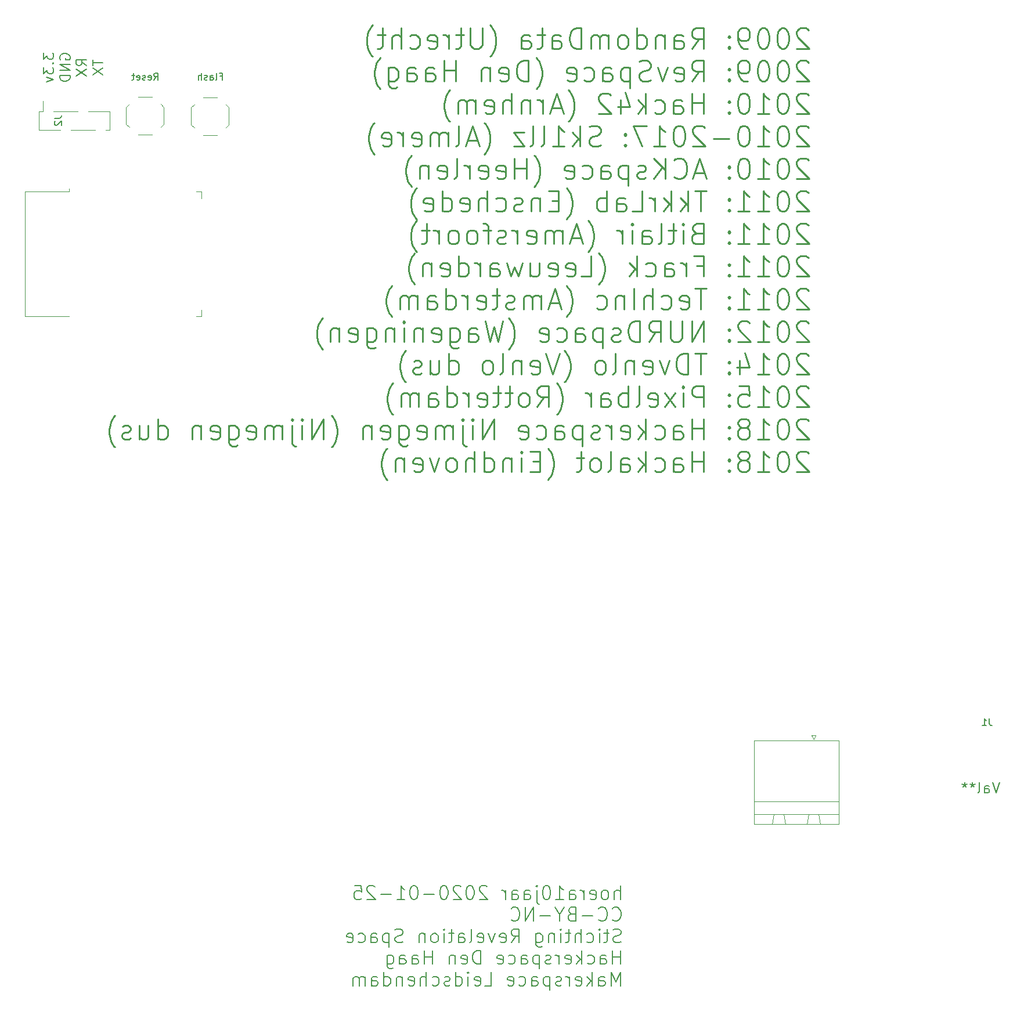
<source format=gbo>
G04 #@! TF.GenerationSoftware,KiCad,Pcbnew,(5.1.5-0-10_14)*
G04 #@! TF.CreationDate,2019-12-23T02:41:32+01:00*
G04 #@! TF.ProjectId,hackerspacesnl,6861636b-6572-4737-9061-6365736e6c2e,rev?*
G04 #@! TF.SameCoordinates,Original*
G04 #@! TF.FileFunction,Legend,Bot*
G04 #@! TF.FilePolarity,Positive*
%FSLAX46Y46*%
G04 Gerber Fmt 4.6, Leading zero omitted, Abs format (unit mm)*
G04 Created by KiCad (PCBNEW (5.1.5-0-10_14)) date 2019-12-23 02:41:32*
%MOMM*%
%LPD*%
G04 APERTURE LIST*
%ADD10C,0.150000*%
%ADD11C,0.250000*%
%ADD12C,0.120000*%
G04 APERTURE END LIST*
D10*
X119507349Y-170799481D02*
X119507349Y-168799481D01*
X118650206Y-170799481D02*
X118650206Y-169751862D01*
X118745444Y-169561386D01*
X118935920Y-169466148D01*
X119221635Y-169466148D01*
X119412111Y-169561386D01*
X119507349Y-169656624D01*
X117412111Y-170799481D02*
X117602587Y-170704243D01*
X117697825Y-170609005D01*
X117793063Y-170418529D01*
X117793063Y-169847100D01*
X117697825Y-169656624D01*
X117602587Y-169561386D01*
X117412111Y-169466148D01*
X117126397Y-169466148D01*
X116935920Y-169561386D01*
X116840682Y-169656624D01*
X116745444Y-169847100D01*
X116745444Y-170418529D01*
X116840682Y-170609005D01*
X116935920Y-170704243D01*
X117126397Y-170799481D01*
X117412111Y-170799481D01*
X115126397Y-170704243D02*
X115316873Y-170799481D01*
X115697825Y-170799481D01*
X115888301Y-170704243D01*
X115983540Y-170513767D01*
X115983540Y-169751862D01*
X115888301Y-169561386D01*
X115697825Y-169466148D01*
X115316873Y-169466148D01*
X115126397Y-169561386D01*
X115031159Y-169751862D01*
X115031159Y-169942339D01*
X115983540Y-170132815D01*
X114174016Y-170799481D02*
X114174016Y-169466148D01*
X114174016Y-169847100D02*
X114078778Y-169656624D01*
X113983540Y-169561386D01*
X113793063Y-169466148D01*
X113602587Y-169466148D01*
X112078778Y-170799481D02*
X112078778Y-169751862D01*
X112174016Y-169561386D01*
X112364492Y-169466148D01*
X112745444Y-169466148D01*
X112935920Y-169561386D01*
X112078778Y-170704243D02*
X112269254Y-170799481D01*
X112745444Y-170799481D01*
X112935920Y-170704243D01*
X113031159Y-170513767D01*
X113031159Y-170323291D01*
X112935920Y-170132815D01*
X112745444Y-170037577D01*
X112269254Y-170037577D01*
X112078778Y-169942339D01*
X110078778Y-170799481D02*
X111221635Y-170799481D01*
X110650206Y-170799481D02*
X110650206Y-168799481D01*
X110840682Y-169085196D01*
X111031159Y-169275672D01*
X111221635Y-169370910D01*
X108840682Y-168799481D02*
X108650206Y-168799481D01*
X108459730Y-168894720D01*
X108364492Y-168989958D01*
X108269254Y-169180434D01*
X108174016Y-169561386D01*
X108174016Y-170037577D01*
X108269254Y-170418529D01*
X108364492Y-170609005D01*
X108459730Y-170704243D01*
X108650206Y-170799481D01*
X108840682Y-170799481D01*
X109031159Y-170704243D01*
X109126397Y-170609005D01*
X109221635Y-170418529D01*
X109316873Y-170037577D01*
X109316873Y-169561386D01*
X109221635Y-169180434D01*
X109126397Y-168989958D01*
X109031159Y-168894720D01*
X108840682Y-168799481D01*
X107316873Y-169466148D02*
X107316873Y-171180434D01*
X107412111Y-171370910D01*
X107602587Y-171466148D01*
X107697825Y-171466148D01*
X107316873Y-168799481D02*
X107412111Y-168894720D01*
X107316873Y-168989958D01*
X107221635Y-168894720D01*
X107316873Y-168799481D01*
X107316873Y-168989958D01*
X105507349Y-170799481D02*
X105507349Y-169751862D01*
X105602587Y-169561386D01*
X105793063Y-169466148D01*
X106174016Y-169466148D01*
X106364492Y-169561386D01*
X105507349Y-170704243D02*
X105697825Y-170799481D01*
X106174016Y-170799481D01*
X106364492Y-170704243D01*
X106459730Y-170513767D01*
X106459730Y-170323291D01*
X106364492Y-170132815D01*
X106174016Y-170037577D01*
X105697825Y-170037577D01*
X105507349Y-169942339D01*
X103697825Y-170799481D02*
X103697825Y-169751862D01*
X103793063Y-169561386D01*
X103983540Y-169466148D01*
X104364492Y-169466148D01*
X104554968Y-169561386D01*
X103697825Y-170704243D02*
X103888301Y-170799481D01*
X104364492Y-170799481D01*
X104554968Y-170704243D01*
X104650206Y-170513767D01*
X104650206Y-170323291D01*
X104554968Y-170132815D01*
X104364492Y-170037577D01*
X103888301Y-170037577D01*
X103697825Y-169942339D01*
X102745444Y-170799481D02*
X102745444Y-169466148D01*
X102745444Y-169847100D02*
X102650206Y-169656624D01*
X102554968Y-169561386D01*
X102364492Y-169466148D01*
X102174016Y-169466148D01*
X100078778Y-168989958D02*
X99983540Y-168894720D01*
X99793063Y-168799481D01*
X99316873Y-168799481D01*
X99126397Y-168894720D01*
X99031159Y-168989958D01*
X98935920Y-169180434D01*
X98935920Y-169370910D01*
X99031159Y-169656624D01*
X100174016Y-170799481D01*
X98935920Y-170799481D01*
X97697825Y-168799481D02*
X97507349Y-168799481D01*
X97316873Y-168894720D01*
X97221635Y-168989958D01*
X97126397Y-169180434D01*
X97031159Y-169561386D01*
X97031159Y-170037577D01*
X97126397Y-170418529D01*
X97221635Y-170609005D01*
X97316873Y-170704243D01*
X97507349Y-170799481D01*
X97697825Y-170799481D01*
X97888301Y-170704243D01*
X97983540Y-170609005D01*
X98078778Y-170418529D01*
X98174016Y-170037577D01*
X98174016Y-169561386D01*
X98078778Y-169180434D01*
X97983540Y-168989958D01*
X97888301Y-168894720D01*
X97697825Y-168799481D01*
X96269254Y-168989958D02*
X96174016Y-168894720D01*
X95983540Y-168799481D01*
X95507349Y-168799481D01*
X95316873Y-168894720D01*
X95221635Y-168989958D01*
X95126397Y-169180434D01*
X95126397Y-169370910D01*
X95221635Y-169656624D01*
X96364492Y-170799481D01*
X95126397Y-170799481D01*
X93888301Y-168799481D02*
X93697825Y-168799481D01*
X93507349Y-168894720D01*
X93412111Y-168989958D01*
X93316873Y-169180434D01*
X93221635Y-169561386D01*
X93221635Y-170037577D01*
X93316873Y-170418529D01*
X93412111Y-170609005D01*
X93507349Y-170704243D01*
X93697825Y-170799481D01*
X93888301Y-170799481D01*
X94078778Y-170704243D01*
X94174016Y-170609005D01*
X94269254Y-170418529D01*
X94364492Y-170037577D01*
X94364492Y-169561386D01*
X94269254Y-169180434D01*
X94174016Y-168989958D01*
X94078778Y-168894720D01*
X93888301Y-168799481D01*
X92364492Y-170037577D02*
X90840682Y-170037577D01*
X89507349Y-168799481D02*
X89316873Y-168799481D01*
X89126397Y-168894720D01*
X89031159Y-168989958D01*
X88935920Y-169180434D01*
X88840682Y-169561386D01*
X88840682Y-170037577D01*
X88935920Y-170418529D01*
X89031159Y-170609005D01*
X89126397Y-170704243D01*
X89316873Y-170799481D01*
X89507349Y-170799481D01*
X89697825Y-170704243D01*
X89793063Y-170609005D01*
X89888301Y-170418529D01*
X89983540Y-170037577D01*
X89983540Y-169561386D01*
X89888301Y-169180434D01*
X89793063Y-168989958D01*
X89697825Y-168894720D01*
X89507349Y-168799481D01*
X86935920Y-170799481D02*
X88078778Y-170799481D01*
X87507349Y-170799481D02*
X87507349Y-168799481D01*
X87697825Y-169085196D01*
X87888301Y-169275672D01*
X88078778Y-169370910D01*
X86078778Y-170037577D02*
X84554968Y-170037577D01*
X83697825Y-168989958D02*
X83602587Y-168894720D01*
X83412111Y-168799481D01*
X82935920Y-168799481D01*
X82745444Y-168894720D01*
X82650206Y-168989958D01*
X82554968Y-169180434D01*
X82554968Y-169370910D01*
X82650206Y-169656624D01*
X83793063Y-170799481D01*
X82554968Y-170799481D01*
X80745444Y-168799481D02*
X81697825Y-168799481D01*
X81793063Y-169751862D01*
X81697825Y-169656624D01*
X81507349Y-169561386D01*
X81031159Y-169561386D01*
X80840682Y-169656624D01*
X80745444Y-169751862D01*
X80650206Y-169942339D01*
X80650206Y-170418529D01*
X80745444Y-170609005D01*
X80840682Y-170704243D01*
X81031159Y-170799481D01*
X81507349Y-170799481D01*
X81697825Y-170704243D01*
X81793063Y-170609005D01*
X118364492Y-173759005D02*
X118459730Y-173854243D01*
X118745444Y-173949481D01*
X118935920Y-173949481D01*
X119221635Y-173854243D01*
X119412111Y-173663767D01*
X119507349Y-173473291D01*
X119602587Y-173092339D01*
X119602587Y-172806624D01*
X119507349Y-172425672D01*
X119412111Y-172235196D01*
X119221635Y-172044720D01*
X118935920Y-171949481D01*
X118745444Y-171949481D01*
X118459730Y-172044720D01*
X118364492Y-172139958D01*
X116364492Y-173759005D02*
X116459730Y-173854243D01*
X116745444Y-173949481D01*
X116935920Y-173949481D01*
X117221635Y-173854243D01*
X117412111Y-173663767D01*
X117507349Y-173473291D01*
X117602587Y-173092339D01*
X117602587Y-172806624D01*
X117507349Y-172425672D01*
X117412111Y-172235196D01*
X117221635Y-172044720D01*
X116935920Y-171949481D01*
X116745444Y-171949481D01*
X116459730Y-172044720D01*
X116364492Y-172139958D01*
X115507349Y-173187577D02*
X113983540Y-173187577D01*
X112364492Y-172901862D02*
X112078778Y-172997100D01*
X111983540Y-173092339D01*
X111888301Y-173282815D01*
X111888301Y-173568529D01*
X111983540Y-173759005D01*
X112078778Y-173854243D01*
X112269254Y-173949481D01*
X113031159Y-173949481D01*
X113031159Y-171949481D01*
X112364492Y-171949481D01*
X112174016Y-172044720D01*
X112078778Y-172139958D01*
X111983540Y-172330434D01*
X111983540Y-172520910D01*
X112078778Y-172711386D01*
X112174016Y-172806624D01*
X112364492Y-172901862D01*
X113031159Y-172901862D01*
X110650206Y-172997100D02*
X110650206Y-173949481D01*
X111316873Y-171949481D02*
X110650206Y-172997100D01*
X109983540Y-171949481D01*
X109316873Y-173187577D02*
X107793063Y-173187577D01*
X106840682Y-173949481D02*
X106840682Y-171949481D01*
X105697825Y-173949481D01*
X105697825Y-171949481D01*
X103602587Y-173759005D02*
X103697825Y-173854243D01*
X103983540Y-173949481D01*
X104174016Y-173949481D01*
X104459730Y-173854243D01*
X104650206Y-173663767D01*
X104745444Y-173473291D01*
X104840682Y-173092339D01*
X104840682Y-172806624D01*
X104745444Y-172425672D01*
X104650206Y-172235196D01*
X104459730Y-172044720D01*
X104174016Y-171949481D01*
X103983540Y-171949481D01*
X103697825Y-172044720D01*
X103602587Y-172139958D01*
X119602587Y-177004243D02*
X119316873Y-177099481D01*
X118840682Y-177099481D01*
X118650206Y-177004243D01*
X118554968Y-176909005D01*
X118459730Y-176718529D01*
X118459730Y-176528053D01*
X118554968Y-176337577D01*
X118650206Y-176242339D01*
X118840682Y-176147100D01*
X119221635Y-176051862D01*
X119412111Y-175956624D01*
X119507349Y-175861386D01*
X119602587Y-175670910D01*
X119602587Y-175480434D01*
X119507349Y-175289958D01*
X119412111Y-175194720D01*
X119221635Y-175099481D01*
X118745444Y-175099481D01*
X118459730Y-175194720D01*
X117888301Y-175766148D02*
X117126397Y-175766148D01*
X117602587Y-175099481D02*
X117602587Y-176813767D01*
X117507349Y-177004243D01*
X117316873Y-177099481D01*
X117126397Y-177099481D01*
X116459730Y-177099481D02*
X116459730Y-175766148D01*
X116459730Y-175099481D02*
X116554968Y-175194720D01*
X116459730Y-175289958D01*
X116364492Y-175194720D01*
X116459730Y-175099481D01*
X116459730Y-175289958D01*
X114650206Y-177004243D02*
X114840682Y-177099481D01*
X115221635Y-177099481D01*
X115412111Y-177004243D01*
X115507349Y-176909005D01*
X115602587Y-176718529D01*
X115602587Y-176147100D01*
X115507349Y-175956624D01*
X115412111Y-175861386D01*
X115221635Y-175766148D01*
X114840682Y-175766148D01*
X114650206Y-175861386D01*
X113793063Y-177099481D02*
X113793063Y-175099481D01*
X112935920Y-177099481D02*
X112935920Y-176051862D01*
X113031159Y-175861386D01*
X113221635Y-175766148D01*
X113507349Y-175766148D01*
X113697825Y-175861386D01*
X113793063Y-175956624D01*
X112269254Y-175766148D02*
X111507349Y-175766148D01*
X111983539Y-175099481D02*
X111983539Y-176813767D01*
X111888301Y-177004243D01*
X111697825Y-177099481D01*
X111507349Y-177099481D01*
X110840682Y-177099481D02*
X110840682Y-175766148D01*
X110840682Y-175099481D02*
X110935920Y-175194720D01*
X110840682Y-175289958D01*
X110745444Y-175194720D01*
X110840682Y-175099481D01*
X110840682Y-175289958D01*
X109888301Y-175766148D02*
X109888301Y-177099481D01*
X109888301Y-175956624D02*
X109793063Y-175861386D01*
X109602587Y-175766148D01*
X109316873Y-175766148D01*
X109126397Y-175861386D01*
X109031159Y-176051862D01*
X109031159Y-177099481D01*
X107221635Y-175766148D02*
X107221635Y-177385196D01*
X107316873Y-177575672D01*
X107412111Y-177670910D01*
X107602587Y-177766148D01*
X107888301Y-177766148D01*
X108078778Y-177670910D01*
X107221635Y-177004243D02*
X107412111Y-177099481D01*
X107793063Y-177099481D01*
X107983540Y-177004243D01*
X108078778Y-176909005D01*
X108174016Y-176718529D01*
X108174016Y-176147100D01*
X108078778Y-175956624D01*
X107983540Y-175861386D01*
X107793063Y-175766148D01*
X107412111Y-175766148D01*
X107221635Y-175861386D01*
X103602587Y-177099481D02*
X104269254Y-176147100D01*
X104745444Y-177099481D02*
X104745444Y-175099481D01*
X103983540Y-175099481D01*
X103793063Y-175194720D01*
X103697825Y-175289958D01*
X103602587Y-175480434D01*
X103602587Y-175766148D01*
X103697825Y-175956624D01*
X103793063Y-176051862D01*
X103983540Y-176147100D01*
X104745444Y-176147100D01*
X101983540Y-177004243D02*
X102174016Y-177099481D01*
X102554968Y-177099481D01*
X102745444Y-177004243D01*
X102840682Y-176813767D01*
X102840682Y-176051862D01*
X102745444Y-175861386D01*
X102554968Y-175766148D01*
X102174016Y-175766148D01*
X101983540Y-175861386D01*
X101888301Y-176051862D01*
X101888301Y-176242339D01*
X102840682Y-176432815D01*
X101221635Y-175766148D02*
X100745444Y-177099481D01*
X100269254Y-175766148D01*
X98745444Y-177004243D02*
X98935920Y-177099481D01*
X99316873Y-177099481D01*
X99507349Y-177004243D01*
X99602587Y-176813767D01*
X99602587Y-176051862D01*
X99507349Y-175861386D01*
X99316873Y-175766148D01*
X98935920Y-175766148D01*
X98745444Y-175861386D01*
X98650206Y-176051862D01*
X98650206Y-176242339D01*
X99602587Y-176432815D01*
X97507349Y-177099481D02*
X97697825Y-177004243D01*
X97793063Y-176813767D01*
X97793063Y-175099481D01*
X95888301Y-177099481D02*
X95888301Y-176051862D01*
X95983540Y-175861386D01*
X96174016Y-175766148D01*
X96554968Y-175766148D01*
X96745444Y-175861386D01*
X95888301Y-177004243D02*
X96078778Y-177099481D01*
X96554968Y-177099481D01*
X96745444Y-177004243D01*
X96840682Y-176813767D01*
X96840682Y-176623291D01*
X96745444Y-176432815D01*
X96554968Y-176337577D01*
X96078778Y-176337577D01*
X95888301Y-176242339D01*
X95221635Y-175766148D02*
X94459730Y-175766148D01*
X94935920Y-175099481D02*
X94935920Y-176813767D01*
X94840682Y-177004243D01*
X94650206Y-177099481D01*
X94459730Y-177099481D01*
X93793063Y-177099481D02*
X93793063Y-175766148D01*
X93793063Y-175099481D02*
X93888301Y-175194720D01*
X93793063Y-175289958D01*
X93697825Y-175194720D01*
X93793063Y-175099481D01*
X93793063Y-175289958D01*
X92554968Y-177099481D02*
X92745444Y-177004243D01*
X92840682Y-176909005D01*
X92935920Y-176718529D01*
X92935920Y-176147100D01*
X92840682Y-175956624D01*
X92745444Y-175861386D01*
X92554968Y-175766148D01*
X92269254Y-175766148D01*
X92078778Y-175861386D01*
X91983540Y-175956624D01*
X91888301Y-176147100D01*
X91888301Y-176718529D01*
X91983540Y-176909005D01*
X92078778Y-177004243D01*
X92269254Y-177099481D01*
X92554968Y-177099481D01*
X91031159Y-175766148D02*
X91031159Y-177099481D01*
X91031159Y-175956624D02*
X90935920Y-175861386D01*
X90745444Y-175766148D01*
X90459730Y-175766148D01*
X90269254Y-175861386D01*
X90174016Y-176051862D01*
X90174016Y-177099481D01*
X87793063Y-177004243D02*
X87507349Y-177099481D01*
X87031159Y-177099481D01*
X86840682Y-177004243D01*
X86745444Y-176909005D01*
X86650206Y-176718529D01*
X86650206Y-176528053D01*
X86745444Y-176337577D01*
X86840682Y-176242339D01*
X87031159Y-176147100D01*
X87412111Y-176051862D01*
X87602587Y-175956624D01*
X87697825Y-175861386D01*
X87793063Y-175670910D01*
X87793063Y-175480434D01*
X87697825Y-175289958D01*
X87602587Y-175194720D01*
X87412111Y-175099481D01*
X86935920Y-175099481D01*
X86650206Y-175194720D01*
X85793063Y-175766148D02*
X85793063Y-177766148D01*
X85793063Y-175861386D02*
X85602587Y-175766148D01*
X85221635Y-175766148D01*
X85031159Y-175861386D01*
X84935920Y-175956624D01*
X84840682Y-176147100D01*
X84840682Y-176718529D01*
X84935920Y-176909005D01*
X85031159Y-177004243D01*
X85221635Y-177099481D01*
X85602587Y-177099481D01*
X85793063Y-177004243D01*
X83126397Y-177099481D02*
X83126397Y-176051862D01*
X83221635Y-175861386D01*
X83412111Y-175766148D01*
X83793063Y-175766148D01*
X83983540Y-175861386D01*
X83126397Y-177004243D02*
X83316873Y-177099481D01*
X83793063Y-177099481D01*
X83983540Y-177004243D01*
X84078778Y-176813767D01*
X84078778Y-176623291D01*
X83983540Y-176432815D01*
X83793063Y-176337577D01*
X83316873Y-176337577D01*
X83126397Y-176242339D01*
X81316873Y-177004243D02*
X81507349Y-177099481D01*
X81888301Y-177099481D01*
X82078778Y-177004243D01*
X82174016Y-176909005D01*
X82269254Y-176718529D01*
X82269254Y-176147100D01*
X82174016Y-175956624D01*
X82078778Y-175861386D01*
X81888301Y-175766148D01*
X81507349Y-175766148D01*
X81316873Y-175861386D01*
X79697825Y-177004243D02*
X79888301Y-177099481D01*
X80269254Y-177099481D01*
X80459730Y-177004243D01*
X80554968Y-176813767D01*
X80554968Y-176051862D01*
X80459730Y-175861386D01*
X80269254Y-175766148D01*
X79888301Y-175766148D01*
X79697825Y-175861386D01*
X79602587Y-176051862D01*
X79602587Y-176242339D01*
X80554968Y-176432815D01*
X119507349Y-180249481D02*
X119507349Y-178249481D01*
X119507349Y-179201862D02*
X118364492Y-179201862D01*
X118364492Y-180249481D02*
X118364492Y-178249481D01*
X116554968Y-180249481D02*
X116554968Y-179201862D01*
X116650206Y-179011386D01*
X116840682Y-178916148D01*
X117221635Y-178916148D01*
X117412111Y-179011386D01*
X116554968Y-180154243D02*
X116745444Y-180249481D01*
X117221635Y-180249481D01*
X117412111Y-180154243D01*
X117507349Y-179963767D01*
X117507349Y-179773291D01*
X117412111Y-179582815D01*
X117221635Y-179487577D01*
X116745444Y-179487577D01*
X116554968Y-179392339D01*
X114745444Y-180154243D02*
X114935920Y-180249481D01*
X115316873Y-180249481D01*
X115507349Y-180154243D01*
X115602587Y-180059005D01*
X115697825Y-179868529D01*
X115697825Y-179297100D01*
X115602587Y-179106624D01*
X115507349Y-179011386D01*
X115316873Y-178916148D01*
X114935920Y-178916148D01*
X114745444Y-179011386D01*
X113888301Y-180249481D02*
X113888301Y-178249481D01*
X113697825Y-179487577D02*
X113126397Y-180249481D01*
X113126397Y-178916148D02*
X113888301Y-179678053D01*
X111507349Y-180154243D02*
X111697825Y-180249481D01*
X112078778Y-180249481D01*
X112269254Y-180154243D01*
X112364492Y-179963767D01*
X112364492Y-179201862D01*
X112269254Y-179011386D01*
X112078778Y-178916148D01*
X111697825Y-178916148D01*
X111507349Y-179011386D01*
X111412111Y-179201862D01*
X111412111Y-179392339D01*
X112364492Y-179582815D01*
X110554968Y-180249481D02*
X110554968Y-178916148D01*
X110554968Y-179297100D02*
X110459730Y-179106624D01*
X110364492Y-179011386D01*
X110174016Y-178916148D01*
X109983540Y-178916148D01*
X109412111Y-180154243D02*
X109221635Y-180249481D01*
X108840682Y-180249481D01*
X108650206Y-180154243D01*
X108554968Y-179963767D01*
X108554968Y-179868529D01*
X108650206Y-179678053D01*
X108840682Y-179582815D01*
X109126397Y-179582815D01*
X109316873Y-179487577D01*
X109412111Y-179297100D01*
X109412111Y-179201862D01*
X109316873Y-179011386D01*
X109126397Y-178916148D01*
X108840682Y-178916148D01*
X108650206Y-179011386D01*
X107697825Y-178916148D02*
X107697825Y-180916148D01*
X107697825Y-179011386D02*
X107507349Y-178916148D01*
X107126397Y-178916148D01*
X106935920Y-179011386D01*
X106840682Y-179106624D01*
X106745444Y-179297100D01*
X106745444Y-179868529D01*
X106840682Y-180059005D01*
X106935920Y-180154243D01*
X107126397Y-180249481D01*
X107507349Y-180249481D01*
X107697825Y-180154243D01*
X105031159Y-180249481D02*
X105031159Y-179201862D01*
X105126397Y-179011386D01*
X105316873Y-178916148D01*
X105697825Y-178916148D01*
X105888301Y-179011386D01*
X105031159Y-180154243D02*
X105221635Y-180249481D01*
X105697825Y-180249481D01*
X105888301Y-180154243D01*
X105983540Y-179963767D01*
X105983540Y-179773291D01*
X105888301Y-179582815D01*
X105697825Y-179487577D01*
X105221635Y-179487577D01*
X105031159Y-179392339D01*
X103221635Y-180154243D02*
X103412111Y-180249481D01*
X103793063Y-180249481D01*
X103983540Y-180154243D01*
X104078778Y-180059005D01*
X104174016Y-179868529D01*
X104174016Y-179297100D01*
X104078778Y-179106624D01*
X103983540Y-179011386D01*
X103793063Y-178916148D01*
X103412111Y-178916148D01*
X103221635Y-179011386D01*
X101602587Y-180154243D02*
X101793063Y-180249481D01*
X102174016Y-180249481D01*
X102364492Y-180154243D01*
X102459730Y-179963767D01*
X102459730Y-179201862D01*
X102364492Y-179011386D01*
X102174016Y-178916148D01*
X101793063Y-178916148D01*
X101602587Y-179011386D01*
X101507349Y-179201862D01*
X101507349Y-179392339D01*
X102459730Y-179582815D01*
X99126397Y-180249481D02*
X99126397Y-178249481D01*
X98650206Y-178249481D01*
X98364492Y-178344720D01*
X98174016Y-178535196D01*
X98078778Y-178725672D01*
X97983540Y-179106624D01*
X97983540Y-179392339D01*
X98078778Y-179773291D01*
X98174016Y-179963767D01*
X98364492Y-180154243D01*
X98650206Y-180249481D01*
X99126397Y-180249481D01*
X96364492Y-180154243D02*
X96554968Y-180249481D01*
X96935920Y-180249481D01*
X97126397Y-180154243D01*
X97221635Y-179963767D01*
X97221635Y-179201862D01*
X97126397Y-179011386D01*
X96935920Y-178916148D01*
X96554968Y-178916148D01*
X96364492Y-179011386D01*
X96269254Y-179201862D01*
X96269254Y-179392339D01*
X97221635Y-179582815D01*
X95412111Y-178916148D02*
X95412111Y-180249481D01*
X95412111Y-179106624D02*
X95316873Y-179011386D01*
X95126397Y-178916148D01*
X94840682Y-178916148D01*
X94650206Y-179011386D01*
X94554968Y-179201862D01*
X94554968Y-180249481D01*
X92078778Y-180249481D02*
X92078778Y-178249481D01*
X92078778Y-179201862D02*
X90935920Y-179201862D01*
X90935920Y-180249481D02*
X90935920Y-178249481D01*
X89126397Y-180249481D02*
X89126397Y-179201862D01*
X89221635Y-179011386D01*
X89412111Y-178916148D01*
X89793063Y-178916148D01*
X89983540Y-179011386D01*
X89126397Y-180154243D02*
X89316873Y-180249481D01*
X89793063Y-180249481D01*
X89983540Y-180154243D01*
X90078778Y-179963767D01*
X90078778Y-179773291D01*
X89983540Y-179582815D01*
X89793063Y-179487577D01*
X89316873Y-179487577D01*
X89126397Y-179392339D01*
X87316873Y-180249481D02*
X87316873Y-179201862D01*
X87412111Y-179011386D01*
X87602587Y-178916148D01*
X87983540Y-178916148D01*
X88174016Y-179011386D01*
X87316873Y-180154243D02*
X87507349Y-180249481D01*
X87983540Y-180249481D01*
X88174016Y-180154243D01*
X88269254Y-179963767D01*
X88269254Y-179773291D01*
X88174016Y-179582815D01*
X87983540Y-179487577D01*
X87507349Y-179487577D01*
X87316873Y-179392339D01*
X85507349Y-178916148D02*
X85507349Y-180535196D01*
X85602587Y-180725672D01*
X85697825Y-180820910D01*
X85888301Y-180916148D01*
X86174016Y-180916148D01*
X86364492Y-180820910D01*
X85507349Y-180154243D02*
X85697825Y-180249481D01*
X86078778Y-180249481D01*
X86269254Y-180154243D01*
X86364492Y-180059005D01*
X86459730Y-179868529D01*
X86459730Y-179297100D01*
X86364492Y-179106624D01*
X86269254Y-179011386D01*
X86078778Y-178916148D01*
X85697825Y-178916148D01*
X85507349Y-179011386D01*
X119507349Y-183399481D02*
X119507349Y-181399481D01*
X118840682Y-182828053D01*
X118174016Y-181399481D01*
X118174016Y-183399481D01*
X116364492Y-183399481D02*
X116364492Y-182351862D01*
X116459730Y-182161386D01*
X116650206Y-182066148D01*
X117031159Y-182066148D01*
X117221635Y-182161386D01*
X116364492Y-183304243D02*
X116554968Y-183399481D01*
X117031159Y-183399481D01*
X117221635Y-183304243D01*
X117316873Y-183113767D01*
X117316873Y-182923291D01*
X117221635Y-182732815D01*
X117031159Y-182637577D01*
X116554968Y-182637577D01*
X116364492Y-182542339D01*
X115412111Y-183399481D02*
X115412111Y-181399481D01*
X115221635Y-182637577D02*
X114650206Y-183399481D01*
X114650206Y-182066148D02*
X115412111Y-182828053D01*
X113031159Y-183304243D02*
X113221635Y-183399481D01*
X113602587Y-183399481D01*
X113793063Y-183304243D01*
X113888301Y-183113767D01*
X113888301Y-182351862D01*
X113793063Y-182161386D01*
X113602587Y-182066148D01*
X113221635Y-182066148D01*
X113031159Y-182161386D01*
X112935920Y-182351862D01*
X112935920Y-182542339D01*
X113888301Y-182732815D01*
X112078778Y-183399481D02*
X112078778Y-182066148D01*
X112078778Y-182447100D02*
X111983540Y-182256624D01*
X111888301Y-182161386D01*
X111697825Y-182066148D01*
X111507349Y-182066148D01*
X110935920Y-183304243D02*
X110745444Y-183399481D01*
X110364492Y-183399481D01*
X110174016Y-183304243D01*
X110078778Y-183113767D01*
X110078778Y-183018529D01*
X110174016Y-182828053D01*
X110364492Y-182732815D01*
X110650206Y-182732815D01*
X110840682Y-182637577D01*
X110935920Y-182447100D01*
X110935920Y-182351862D01*
X110840682Y-182161386D01*
X110650206Y-182066148D01*
X110364492Y-182066148D01*
X110174016Y-182161386D01*
X109221635Y-182066148D02*
X109221635Y-184066148D01*
X109221635Y-182161386D02*
X109031159Y-182066148D01*
X108650206Y-182066148D01*
X108459730Y-182161386D01*
X108364492Y-182256624D01*
X108269254Y-182447100D01*
X108269254Y-183018529D01*
X108364492Y-183209005D01*
X108459730Y-183304243D01*
X108650206Y-183399481D01*
X109031159Y-183399481D01*
X109221635Y-183304243D01*
X106554968Y-183399481D02*
X106554968Y-182351862D01*
X106650206Y-182161386D01*
X106840682Y-182066148D01*
X107221635Y-182066148D01*
X107412111Y-182161386D01*
X106554968Y-183304243D02*
X106745444Y-183399481D01*
X107221635Y-183399481D01*
X107412111Y-183304243D01*
X107507349Y-183113767D01*
X107507349Y-182923291D01*
X107412111Y-182732815D01*
X107221635Y-182637577D01*
X106745444Y-182637577D01*
X106554968Y-182542339D01*
X104745444Y-183304243D02*
X104935920Y-183399481D01*
X105316873Y-183399481D01*
X105507349Y-183304243D01*
X105602587Y-183209005D01*
X105697825Y-183018529D01*
X105697825Y-182447100D01*
X105602587Y-182256624D01*
X105507349Y-182161386D01*
X105316873Y-182066148D01*
X104935920Y-182066148D01*
X104745444Y-182161386D01*
X103126397Y-183304243D02*
X103316873Y-183399481D01*
X103697825Y-183399481D01*
X103888301Y-183304243D01*
X103983540Y-183113767D01*
X103983540Y-182351862D01*
X103888301Y-182161386D01*
X103697825Y-182066148D01*
X103316873Y-182066148D01*
X103126397Y-182161386D01*
X103031159Y-182351862D01*
X103031159Y-182542339D01*
X103983540Y-182732815D01*
X99697825Y-183399481D02*
X100650206Y-183399481D01*
X100650206Y-181399481D01*
X98269254Y-183304243D02*
X98459730Y-183399481D01*
X98840682Y-183399481D01*
X99031159Y-183304243D01*
X99126397Y-183113767D01*
X99126397Y-182351862D01*
X99031159Y-182161386D01*
X98840682Y-182066148D01*
X98459730Y-182066148D01*
X98269254Y-182161386D01*
X98174016Y-182351862D01*
X98174016Y-182542339D01*
X99126397Y-182732815D01*
X97316873Y-183399481D02*
X97316873Y-182066148D01*
X97316873Y-181399481D02*
X97412111Y-181494720D01*
X97316873Y-181589958D01*
X97221635Y-181494720D01*
X97316873Y-181399481D01*
X97316873Y-181589958D01*
X95507349Y-183399481D02*
X95507349Y-181399481D01*
X95507349Y-183304243D02*
X95697825Y-183399481D01*
X96078778Y-183399481D01*
X96269254Y-183304243D01*
X96364492Y-183209005D01*
X96459730Y-183018529D01*
X96459730Y-182447100D01*
X96364492Y-182256624D01*
X96269254Y-182161386D01*
X96078778Y-182066148D01*
X95697825Y-182066148D01*
X95507349Y-182161386D01*
X94650206Y-183304243D02*
X94459730Y-183399481D01*
X94078778Y-183399481D01*
X93888301Y-183304243D01*
X93793063Y-183113767D01*
X93793063Y-183018529D01*
X93888301Y-182828053D01*
X94078778Y-182732815D01*
X94364492Y-182732815D01*
X94554968Y-182637577D01*
X94650206Y-182447100D01*
X94650206Y-182351862D01*
X94554968Y-182161386D01*
X94364492Y-182066148D01*
X94078778Y-182066148D01*
X93888301Y-182161386D01*
X92078778Y-183304243D02*
X92269254Y-183399481D01*
X92650206Y-183399481D01*
X92840682Y-183304243D01*
X92935920Y-183209005D01*
X93031159Y-183018529D01*
X93031159Y-182447100D01*
X92935920Y-182256624D01*
X92840682Y-182161386D01*
X92650206Y-182066148D01*
X92269254Y-182066148D01*
X92078778Y-182161386D01*
X91221635Y-183399481D02*
X91221635Y-181399481D01*
X90364492Y-183399481D02*
X90364492Y-182351862D01*
X90459730Y-182161386D01*
X90650206Y-182066148D01*
X90935920Y-182066148D01*
X91126397Y-182161386D01*
X91221635Y-182256624D01*
X88650206Y-183304243D02*
X88840682Y-183399481D01*
X89221635Y-183399481D01*
X89412111Y-183304243D01*
X89507349Y-183113767D01*
X89507349Y-182351862D01*
X89412111Y-182161386D01*
X89221635Y-182066148D01*
X88840682Y-182066148D01*
X88650206Y-182161386D01*
X88554968Y-182351862D01*
X88554968Y-182542339D01*
X89507349Y-182732815D01*
X87697825Y-182066148D02*
X87697825Y-183399481D01*
X87697825Y-182256624D02*
X87602587Y-182161386D01*
X87412111Y-182066148D01*
X87126397Y-182066148D01*
X86935920Y-182161386D01*
X86840682Y-182351862D01*
X86840682Y-183399481D01*
X85031159Y-183399481D02*
X85031159Y-181399481D01*
X85031159Y-183304243D02*
X85221635Y-183399481D01*
X85602587Y-183399481D01*
X85793063Y-183304243D01*
X85888301Y-183209005D01*
X85983540Y-183018529D01*
X85983540Y-182447100D01*
X85888301Y-182256624D01*
X85793063Y-182161386D01*
X85602587Y-182066148D01*
X85221635Y-182066148D01*
X85031159Y-182161386D01*
X83221635Y-183399481D02*
X83221635Y-182351862D01*
X83316873Y-182161386D01*
X83507349Y-182066148D01*
X83888301Y-182066148D01*
X84078778Y-182161386D01*
X83221635Y-183304243D02*
X83412111Y-183399481D01*
X83888301Y-183399481D01*
X84078778Y-183304243D01*
X84174016Y-183113767D01*
X84174016Y-182923291D01*
X84078778Y-182732815D01*
X83888301Y-182637577D01*
X83412111Y-182637577D01*
X83221635Y-182542339D01*
X82269254Y-183399481D02*
X82269254Y-182066148D01*
X82269254Y-182256624D02*
X82174016Y-182161386D01*
X81983540Y-182066148D01*
X81697825Y-182066148D01*
X81507349Y-182161386D01*
X81412111Y-182351862D01*
X81412111Y-183399481D01*
X81412111Y-182351862D02*
X81316873Y-182161386D01*
X81126397Y-182066148D01*
X80840682Y-182066148D01*
X80650206Y-182161386D01*
X80554968Y-182351862D01*
X80554968Y-183399481D01*
D11*
X146941671Y-43962777D02*
X146798814Y-43819920D01*
X146513100Y-43677062D01*
X145798814Y-43677062D01*
X145513100Y-43819920D01*
X145370242Y-43962777D01*
X145227385Y-44248491D01*
X145227385Y-44534205D01*
X145370242Y-44962777D01*
X147084528Y-46677062D01*
X145227385Y-46677062D01*
X143370242Y-43677062D02*
X143084528Y-43677062D01*
X142798814Y-43819920D01*
X142655957Y-43962777D01*
X142513100Y-44248491D01*
X142370242Y-44819920D01*
X142370242Y-45534205D01*
X142513100Y-46105634D01*
X142655957Y-46391348D01*
X142798814Y-46534205D01*
X143084528Y-46677062D01*
X143370242Y-46677062D01*
X143655957Y-46534205D01*
X143798814Y-46391348D01*
X143941671Y-46105634D01*
X144084528Y-45534205D01*
X144084528Y-44819920D01*
X143941671Y-44248491D01*
X143798814Y-43962777D01*
X143655957Y-43819920D01*
X143370242Y-43677062D01*
X140513100Y-43677062D02*
X140227385Y-43677062D01*
X139941671Y-43819920D01*
X139798814Y-43962777D01*
X139655957Y-44248491D01*
X139513100Y-44819920D01*
X139513100Y-45534205D01*
X139655957Y-46105634D01*
X139798814Y-46391348D01*
X139941671Y-46534205D01*
X140227385Y-46677062D01*
X140513100Y-46677062D01*
X140798814Y-46534205D01*
X140941671Y-46391348D01*
X141084528Y-46105634D01*
X141227385Y-45534205D01*
X141227385Y-44819920D01*
X141084528Y-44248491D01*
X140941671Y-43962777D01*
X140798814Y-43819920D01*
X140513100Y-43677062D01*
X138084528Y-46677062D02*
X137513100Y-46677062D01*
X137227385Y-46534205D01*
X137084528Y-46391348D01*
X136798814Y-45962777D01*
X136655957Y-45391348D01*
X136655957Y-44248491D01*
X136798814Y-43962777D01*
X136941671Y-43819920D01*
X137227385Y-43677062D01*
X137798814Y-43677062D01*
X138084528Y-43819920D01*
X138227385Y-43962777D01*
X138370242Y-44248491D01*
X138370242Y-44962777D01*
X138227385Y-45248491D01*
X138084528Y-45391348D01*
X137798814Y-45534205D01*
X137227385Y-45534205D01*
X136941671Y-45391348D01*
X136798814Y-45248491D01*
X136655957Y-44962777D01*
X135370242Y-46391348D02*
X135227385Y-46534205D01*
X135370242Y-46677062D01*
X135513100Y-46534205D01*
X135370242Y-46391348D01*
X135370242Y-46677062D01*
X135370242Y-44819920D02*
X135227385Y-44962777D01*
X135370242Y-45105634D01*
X135513100Y-44962777D01*
X135370242Y-44819920D01*
X135370242Y-45105634D01*
X129941671Y-46677062D02*
X130941671Y-45248491D01*
X131655957Y-46677062D02*
X131655957Y-43677062D01*
X130513100Y-43677062D01*
X130227385Y-43819920D01*
X130084528Y-43962777D01*
X129941671Y-44248491D01*
X129941671Y-44677062D01*
X130084528Y-44962777D01*
X130227385Y-45105634D01*
X130513100Y-45248491D01*
X131655957Y-45248491D01*
X127370242Y-46677062D02*
X127370242Y-45105634D01*
X127513100Y-44819920D01*
X127798814Y-44677062D01*
X128370242Y-44677062D01*
X128655957Y-44819920D01*
X127370242Y-46534205D02*
X127655957Y-46677062D01*
X128370242Y-46677062D01*
X128655957Y-46534205D01*
X128798814Y-46248491D01*
X128798814Y-45962777D01*
X128655957Y-45677062D01*
X128370242Y-45534205D01*
X127655957Y-45534205D01*
X127370242Y-45391348D01*
X125941671Y-44677062D02*
X125941671Y-46677062D01*
X125941671Y-44962777D02*
X125798814Y-44819920D01*
X125513100Y-44677062D01*
X125084528Y-44677062D01*
X124798814Y-44819920D01*
X124655957Y-45105634D01*
X124655957Y-46677062D01*
X121941671Y-46677062D02*
X121941671Y-43677062D01*
X121941671Y-46534205D02*
X122227385Y-46677062D01*
X122798814Y-46677062D01*
X123084528Y-46534205D01*
X123227385Y-46391348D01*
X123370242Y-46105634D01*
X123370242Y-45248491D01*
X123227385Y-44962777D01*
X123084528Y-44819920D01*
X122798814Y-44677062D01*
X122227385Y-44677062D01*
X121941671Y-44819920D01*
X120084528Y-46677062D02*
X120370242Y-46534205D01*
X120513100Y-46391348D01*
X120655957Y-46105634D01*
X120655957Y-45248491D01*
X120513100Y-44962777D01*
X120370242Y-44819920D01*
X120084528Y-44677062D01*
X119655957Y-44677062D01*
X119370242Y-44819920D01*
X119227385Y-44962777D01*
X119084528Y-45248491D01*
X119084528Y-46105634D01*
X119227385Y-46391348D01*
X119370242Y-46534205D01*
X119655957Y-46677062D01*
X120084528Y-46677062D01*
X117798814Y-46677062D02*
X117798814Y-44677062D01*
X117798814Y-44962777D02*
X117655957Y-44819920D01*
X117370242Y-44677062D01*
X116941671Y-44677062D01*
X116655957Y-44819920D01*
X116513100Y-45105634D01*
X116513100Y-46677062D01*
X116513100Y-45105634D02*
X116370242Y-44819920D01*
X116084528Y-44677062D01*
X115655957Y-44677062D01*
X115370242Y-44819920D01*
X115227385Y-45105634D01*
X115227385Y-46677062D01*
X113798814Y-46677062D02*
X113798814Y-43677062D01*
X113084528Y-43677062D01*
X112655957Y-43819920D01*
X112370242Y-44105634D01*
X112227385Y-44391348D01*
X112084528Y-44962777D01*
X112084528Y-45391348D01*
X112227385Y-45962777D01*
X112370242Y-46248491D01*
X112655957Y-46534205D01*
X113084528Y-46677062D01*
X113798814Y-46677062D01*
X109513100Y-46677062D02*
X109513100Y-45105634D01*
X109655957Y-44819920D01*
X109941671Y-44677062D01*
X110513100Y-44677062D01*
X110798814Y-44819920D01*
X109513100Y-46534205D02*
X109798814Y-46677062D01*
X110513100Y-46677062D01*
X110798814Y-46534205D01*
X110941671Y-46248491D01*
X110941671Y-45962777D01*
X110798814Y-45677062D01*
X110513100Y-45534205D01*
X109798814Y-45534205D01*
X109513100Y-45391348D01*
X108513100Y-44677062D02*
X107370242Y-44677062D01*
X108084528Y-43677062D02*
X108084528Y-46248491D01*
X107941671Y-46534205D01*
X107655957Y-46677062D01*
X107370242Y-46677062D01*
X105084528Y-46677062D02*
X105084528Y-45105634D01*
X105227385Y-44819920D01*
X105513100Y-44677062D01*
X106084528Y-44677062D01*
X106370242Y-44819920D01*
X105084528Y-46534205D02*
X105370242Y-46677062D01*
X106084528Y-46677062D01*
X106370242Y-46534205D01*
X106513100Y-46248491D01*
X106513100Y-45962777D01*
X106370242Y-45677062D01*
X106084528Y-45534205D01*
X105370242Y-45534205D01*
X105084528Y-45391348D01*
X100513100Y-47819920D02*
X100655957Y-47677062D01*
X100941671Y-47248491D01*
X101084528Y-46962777D01*
X101227385Y-46534205D01*
X101370242Y-45819920D01*
X101370242Y-45248491D01*
X101227385Y-44534205D01*
X101084528Y-44105634D01*
X100941671Y-43819920D01*
X100655957Y-43391348D01*
X100513100Y-43248491D01*
X99370242Y-43677062D02*
X99370242Y-46105634D01*
X99227385Y-46391348D01*
X99084528Y-46534205D01*
X98798814Y-46677062D01*
X98227385Y-46677062D01*
X97941671Y-46534205D01*
X97798814Y-46391348D01*
X97655957Y-46105634D01*
X97655957Y-43677062D01*
X96655957Y-44677062D02*
X95513100Y-44677062D01*
X96227385Y-43677062D02*
X96227385Y-46248491D01*
X96084528Y-46534205D01*
X95798814Y-46677062D01*
X95513100Y-46677062D01*
X94513100Y-46677062D02*
X94513100Y-44677062D01*
X94513100Y-45248491D02*
X94370242Y-44962777D01*
X94227385Y-44819920D01*
X93941671Y-44677062D01*
X93655957Y-44677062D01*
X91513100Y-46534205D02*
X91798814Y-46677062D01*
X92370242Y-46677062D01*
X92655957Y-46534205D01*
X92798814Y-46248491D01*
X92798814Y-45105634D01*
X92655957Y-44819920D01*
X92370242Y-44677062D01*
X91798814Y-44677062D01*
X91513100Y-44819920D01*
X91370242Y-45105634D01*
X91370242Y-45391348D01*
X92798814Y-45677062D01*
X88798814Y-46534205D02*
X89084528Y-46677062D01*
X89655957Y-46677062D01*
X89941671Y-46534205D01*
X90084528Y-46391348D01*
X90227385Y-46105634D01*
X90227385Y-45248491D01*
X90084528Y-44962777D01*
X89941671Y-44819920D01*
X89655957Y-44677062D01*
X89084528Y-44677062D01*
X88798814Y-44819920D01*
X87513100Y-46677062D02*
X87513100Y-43677062D01*
X86227385Y-46677062D02*
X86227385Y-45105634D01*
X86370242Y-44819920D01*
X86655957Y-44677062D01*
X87084528Y-44677062D01*
X87370242Y-44819920D01*
X87513100Y-44962777D01*
X85227385Y-44677062D02*
X84084528Y-44677062D01*
X84798814Y-43677062D02*
X84798814Y-46248491D01*
X84655957Y-46534205D01*
X84370242Y-46677062D01*
X84084528Y-46677062D01*
X83370242Y-47819920D02*
X83227385Y-47677062D01*
X82941671Y-47248491D01*
X82798814Y-46962777D01*
X82655957Y-46534205D01*
X82513100Y-45819920D01*
X82513100Y-45248491D01*
X82655957Y-44534205D01*
X82798814Y-44105634D01*
X82941671Y-43819920D01*
X83227385Y-43391348D01*
X83370242Y-43248491D01*
X146941671Y-48712777D02*
X146798814Y-48569920D01*
X146513100Y-48427062D01*
X145798814Y-48427062D01*
X145513100Y-48569920D01*
X145370242Y-48712777D01*
X145227385Y-48998491D01*
X145227385Y-49284205D01*
X145370242Y-49712777D01*
X147084528Y-51427062D01*
X145227385Y-51427062D01*
X143370242Y-48427062D02*
X143084528Y-48427062D01*
X142798814Y-48569920D01*
X142655957Y-48712777D01*
X142513100Y-48998491D01*
X142370242Y-49569920D01*
X142370242Y-50284205D01*
X142513100Y-50855634D01*
X142655957Y-51141348D01*
X142798814Y-51284205D01*
X143084528Y-51427062D01*
X143370242Y-51427062D01*
X143655957Y-51284205D01*
X143798814Y-51141348D01*
X143941671Y-50855634D01*
X144084528Y-50284205D01*
X144084528Y-49569920D01*
X143941671Y-48998491D01*
X143798814Y-48712777D01*
X143655957Y-48569920D01*
X143370242Y-48427062D01*
X140513100Y-48427062D02*
X140227385Y-48427062D01*
X139941671Y-48569920D01*
X139798814Y-48712777D01*
X139655957Y-48998491D01*
X139513100Y-49569920D01*
X139513100Y-50284205D01*
X139655957Y-50855634D01*
X139798814Y-51141348D01*
X139941671Y-51284205D01*
X140227385Y-51427062D01*
X140513100Y-51427062D01*
X140798814Y-51284205D01*
X140941671Y-51141348D01*
X141084528Y-50855634D01*
X141227385Y-50284205D01*
X141227385Y-49569920D01*
X141084528Y-48998491D01*
X140941671Y-48712777D01*
X140798814Y-48569920D01*
X140513100Y-48427062D01*
X138084528Y-51427062D02*
X137513100Y-51427062D01*
X137227385Y-51284205D01*
X137084528Y-51141348D01*
X136798814Y-50712777D01*
X136655957Y-50141348D01*
X136655957Y-48998491D01*
X136798814Y-48712777D01*
X136941671Y-48569920D01*
X137227385Y-48427062D01*
X137798814Y-48427062D01*
X138084528Y-48569920D01*
X138227385Y-48712777D01*
X138370242Y-48998491D01*
X138370242Y-49712777D01*
X138227385Y-49998491D01*
X138084528Y-50141348D01*
X137798814Y-50284205D01*
X137227385Y-50284205D01*
X136941671Y-50141348D01*
X136798814Y-49998491D01*
X136655957Y-49712777D01*
X135370242Y-51141348D02*
X135227385Y-51284205D01*
X135370242Y-51427062D01*
X135513100Y-51284205D01*
X135370242Y-51141348D01*
X135370242Y-51427062D01*
X135370242Y-49569920D02*
X135227385Y-49712777D01*
X135370242Y-49855634D01*
X135513100Y-49712777D01*
X135370242Y-49569920D01*
X135370242Y-49855634D01*
X129941671Y-51427062D02*
X130941671Y-49998491D01*
X131655957Y-51427062D02*
X131655957Y-48427062D01*
X130513100Y-48427062D01*
X130227385Y-48569920D01*
X130084528Y-48712777D01*
X129941671Y-48998491D01*
X129941671Y-49427062D01*
X130084528Y-49712777D01*
X130227385Y-49855634D01*
X130513100Y-49998491D01*
X131655957Y-49998491D01*
X127513100Y-51284205D02*
X127798814Y-51427062D01*
X128370242Y-51427062D01*
X128655957Y-51284205D01*
X128798814Y-50998491D01*
X128798814Y-49855634D01*
X128655957Y-49569920D01*
X128370242Y-49427062D01*
X127798814Y-49427062D01*
X127513100Y-49569920D01*
X127370242Y-49855634D01*
X127370242Y-50141348D01*
X128798814Y-50427062D01*
X126370242Y-49427062D02*
X125655957Y-51427062D01*
X124941671Y-49427062D01*
X123941671Y-51284205D02*
X123513100Y-51427062D01*
X122798814Y-51427062D01*
X122513100Y-51284205D01*
X122370242Y-51141348D01*
X122227385Y-50855634D01*
X122227385Y-50569920D01*
X122370242Y-50284205D01*
X122513100Y-50141348D01*
X122798814Y-49998491D01*
X123370242Y-49855634D01*
X123655957Y-49712777D01*
X123798814Y-49569920D01*
X123941671Y-49284205D01*
X123941671Y-48998491D01*
X123798814Y-48712777D01*
X123655957Y-48569920D01*
X123370242Y-48427062D01*
X122655957Y-48427062D01*
X122227385Y-48569920D01*
X120941671Y-49427062D02*
X120941671Y-52427062D01*
X120941671Y-49569920D02*
X120655957Y-49427062D01*
X120084528Y-49427062D01*
X119798814Y-49569920D01*
X119655957Y-49712777D01*
X119513100Y-49998491D01*
X119513100Y-50855634D01*
X119655957Y-51141348D01*
X119798814Y-51284205D01*
X120084528Y-51427062D01*
X120655957Y-51427062D01*
X120941671Y-51284205D01*
X116941671Y-51427062D02*
X116941671Y-49855634D01*
X117084528Y-49569920D01*
X117370242Y-49427062D01*
X117941671Y-49427062D01*
X118227385Y-49569920D01*
X116941671Y-51284205D02*
X117227385Y-51427062D01*
X117941671Y-51427062D01*
X118227385Y-51284205D01*
X118370242Y-50998491D01*
X118370242Y-50712777D01*
X118227385Y-50427062D01*
X117941671Y-50284205D01*
X117227385Y-50284205D01*
X116941671Y-50141348D01*
X114227385Y-51284205D02*
X114513100Y-51427062D01*
X115084528Y-51427062D01*
X115370242Y-51284205D01*
X115513100Y-51141348D01*
X115655957Y-50855634D01*
X115655957Y-49998491D01*
X115513100Y-49712777D01*
X115370242Y-49569920D01*
X115084528Y-49427062D01*
X114513100Y-49427062D01*
X114227385Y-49569920D01*
X111798814Y-51284205D02*
X112084528Y-51427062D01*
X112655957Y-51427062D01*
X112941671Y-51284205D01*
X113084528Y-50998491D01*
X113084528Y-49855634D01*
X112941671Y-49569920D01*
X112655957Y-49427062D01*
X112084528Y-49427062D01*
X111798814Y-49569920D01*
X111655957Y-49855634D01*
X111655957Y-50141348D01*
X113084528Y-50427062D01*
X107227385Y-52569920D02*
X107370242Y-52427062D01*
X107655957Y-51998491D01*
X107798814Y-51712777D01*
X107941671Y-51284205D01*
X108084528Y-50569920D01*
X108084528Y-49998491D01*
X107941671Y-49284205D01*
X107798814Y-48855634D01*
X107655957Y-48569920D01*
X107370242Y-48141348D01*
X107227385Y-47998491D01*
X106084528Y-51427062D02*
X106084528Y-48427062D01*
X105370242Y-48427062D01*
X104941671Y-48569920D01*
X104655957Y-48855634D01*
X104513100Y-49141348D01*
X104370242Y-49712777D01*
X104370242Y-50141348D01*
X104513100Y-50712777D01*
X104655957Y-50998491D01*
X104941671Y-51284205D01*
X105370242Y-51427062D01*
X106084528Y-51427062D01*
X101941671Y-51284205D02*
X102227385Y-51427062D01*
X102798814Y-51427062D01*
X103084528Y-51284205D01*
X103227385Y-50998491D01*
X103227385Y-49855634D01*
X103084528Y-49569920D01*
X102798814Y-49427062D01*
X102227385Y-49427062D01*
X101941671Y-49569920D01*
X101798814Y-49855634D01*
X101798814Y-50141348D01*
X103227385Y-50427062D01*
X100513100Y-49427062D02*
X100513100Y-51427062D01*
X100513100Y-49712777D02*
X100370242Y-49569920D01*
X100084528Y-49427062D01*
X99655957Y-49427062D01*
X99370242Y-49569920D01*
X99227385Y-49855634D01*
X99227385Y-51427062D01*
X95513100Y-51427062D02*
X95513100Y-48427062D01*
X95513100Y-49855634D02*
X93798814Y-49855634D01*
X93798814Y-51427062D02*
X93798814Y-48427062D01*
X91084528Y-51427062D02*
X91084528Y-49855634D01*
X91227385Y-49569920D01*
X91513100Y-49427062D01*
X92084528Y-49427062D01*
X92370242Y-49569920D01*
X91084528Y-51284205D02*
X91370242Y-51427062D01*
X92084528Y-51427062D01*
X92370242Y-51284205D01*
X92513100Y-50998491D01*
X92513100Y-50712777D01*
X92370242Y-50427062D01*
X92084528Y-50284205D01*
X91370242Y-50284205D01*
X91084528Y-50141348D01*
X88370242Y-51427062D02*
X88370242Y-49855634D01*
X88513100Y-49569920D01*
X88798814Y-49427062D01*
X89370242Y-49427062D01*
X89655957Y-49569920D01*
X88370242Y-51284205D02*
X88655957Y-51427062D01*
X89370242Y-51427062D01*
X89655957Y-51284205D01*
X89798814Y-50998491D01*
X89798814Y-50712777D01*
X89655957Y-50427062D01*
X89370242Y-50284205D01*
X88655957Y-50284205D01*
X88370242Y-50141348D01*
X85655957Y-49427062D02*
X85655957Y-51855634D01*
X85798814Y-52141348D01*
X85941671Y-52284205D01*
X86227385Y-52427062D01*
X86655957Y-52427062D01*
X86941671Y-52284205D01*
X85655957Y-51284205D02*
X85941671Y-51427062D01*
X86513100Y-51427062D01*
X86798814Y-51284205D01*
X86941671Y-51141348D01*
X87084528Y-50855634D01*
X87084528Y-49998491D01*
X86941671Y-49712777D01*
X86798814Y-49569920D01*
X86513100Y-49427062D01*
X85941671Y-49427062D01*
X85655957Y-49569920D01*
X84513100Y-52569920D02*
X84370242Y-52427062D01*
X84084528Y-51998491D01*
X83941671Y-51712777D01*
X83798814Y-51284205D01*
X83655957Y-50569920D01*
X83655957Y-49998491D01*
X83798814Y-49284205D01*
X83941671Y-48855634D01*
X84084528Y-48569920D01*
X84370242Y-48141348D01*
X84513100Y-47998491D01*
X146941671Y-53462777D02*
X146798814Y-53319920D01*
X146513100Y-53177062D01*
X145798814Y-53177062D01*
X145513100Y-53319920D01*
X145370242Y-53462777D01*
X145227385Y-53748491D01*
X145227385Y-54034205D01*
X145370242Y-54462777D01*
X147084528Y-56177062D01*
X145227385Y-56177062D01*
X143370242Y-53177062D02*
X143084528Y-53177062D01*
X142798814Y-53319920D01*
X142655957Y-53462777D01*
X142513100Y-53748491D01*
X142370242Y-54319920D01*
X142370242Y-55034205D01*
X142513100Y-55605634D01*
X142655957Y-55891348D01*
X142798814Y-56034205D01*
X143084528Y-56177062D01*
X143370242Y-56177062D01*
X143655957Y-56034205D01*
X143798814Y-55891348D01*
X143941671Y-55605634D01*
X144084528Y-55034205D01*
X144084528Y-54319920D01*
X143941671Y-53748491D01*
X143798814Y-53462777D01*
X143655957Y-53319920D01*
X143370242Y-53177062D01*
X139513100Y-56177062D02*
X141227385Y-56177062D01*
X140370242Y-56177062D02*
X140370242Y-53177062D01*
X140655957Y-53605634D01*
X140941671Y-53891348D01*
X141227385Y-54034205D01*
X137655957Y-53177062D02*
X137370242Y-53177062D01*
X137084528Y-53319920D01*
X136941671Y-53462777D01*
X136798814Y-53748491D01*
X136655957Y-54319920D01*
X136655957Y-55034205D01*
X136798814Y-55605634D01*
X136941671Y-55891348D01*
X137084528Y-56034205D01*
X137370242Y-56177062D01*
X137655957Y-56177062D01*
X137941671Y-56034205D01*
X138084528Y-55891348D01*
X138227385Y-55605634D01*
X138370242Y-55034205D01*
X138370242Y-54319920D01*
X138227385Y-53748491D01*
X138084528Y-53462777D01*
X137941671Y-53319920D01*
X137655957Y-53177062D01*
X135370242Y-55891348D02*
X135227385Y-56034205D01*
X135370242Y-56177062D01*
X135513100Y-56034205D01*
X135370242Y-55891348D01*
X135370242Y-56177062D01*
X135370242Y-54319920D02*
X135227385Y-54462777D01*
X135370242Y-54605634D01*
X135513100Y-54462777D01*
X135370242Y-54319920D01*
X135370242Y-54605634D01*
X131655957Y-56177062D02*
X131655957Y-53177062D01*
X131655957Y-54605634D02*
X129941671Y-54605634D01*
X129941671Y-56177062D02*
X129941671Y-53177062D01*
X127227385Y-56177062D02*
X127227385Y-54605634D01*
X127370242Y-54319920D01*
X127655957Y-54177062D01*
X128227385Y-54177062D01*
X128513100Y-54319920D01*
X127227385Y-56034205D02*
X127513100Y-56177062D01*
X128227385Y-56177062D01*
X128513100Y-56034205D01*
X128655957Y-55748491D01*
X128655957Y-55462777D01*
X128513100Y-55177062D01*
X128227385Y-55034205D01*
X127513100Y-55034205D01*
X127227385Y-54891348D01*
X124513100Y-56034205D02*
X124798814Y-56177062D01*
X125370242Y-56177062D01*
X125655957Y-56034205D01*
X125798814Y-55891348D01*
X125941671Y-55605634D01*
X125941671Y-54748491D01*
X125798814Y-54462777D01*
X125655957Y-54319920D01*
X125370242Y-54177062D01*
X124798814Y-54177062D01*
X124513100Y-54319920D01*
X123227385Y-56177062D02*
X123227385Y-53177062D01*
X122941671Y-55034205D02*
X122084528Y-56177062D01*
X122084528Y-54177062D02*
X123227385Y-55319920D01*
X119513100Y-54177062D02*
X119513100Y-56177062D01*
X120227385Y-53034205D02*
X120941671Y-55177062D01*
X119084528Y-55177062D01*
X118084528Y-53462777D02*
X117941671Y-53319920D01*
X117655957Y-53177062D01*
X116941671Y-53177062D01*
X116655957Y-53319920D01*
X116513100Y-53462777D01*
X116370242Y-53748491D01*
X116370242Y-54034205D01*
X116513100Y-54462777D01*
X118227385Y-56177062D01*
X116370242Y-56177062D01*
X111941671Y-57319920D02*
X112084528Y-57177062D01*
X112370242Y-56748491D01*
X112513100Y-56462777D01*
X112655957Y-56034205D01*
X112798814Y-55319920D01*
X112798814Y-54748491D01*
X112655957Y-54034205D01*
X112513100Y-53605634D01*
X112370242Y-53319920D01*
X112084528Y-52891348D01*
X111941671Y-52748491D01*
X110941671Y-55319920D02*
X109513100Y-55319920D01*
X111227385Y-56177062D02*
X110227385Y-53177062D01*
X109227385Y-56177062D01*
X108227385Y-56177062D02*
X108227385Y-54177062D01*
X108227385Y-54748491D02*
X108084528Y-54462777D01*
X107941671Y-54319920D01*
X107655957Y-54177062D01*
X107370242Y-54177062D01*
X106370242Y-54177062D02*
X106370242Y-56177062D01*
X106370242Y-54462777D02*
X106227385Y-54319920D01*
X105941671Y-54177062D01*
X105513100Y-54177062D01*
X105227385Y-54319920D01*
X105084528Y-54605634D01*
X105084528Y-56177062D01*
X103655957Y-56177062D02*
X103655957Y-53177062D01*
X102370242Y-56177062D02*
X102370242Y-54605634D01*
X102513100Y-54319920D01*
X102798814Y-54177062D01*
X103227385Y-54177062D01*
X103513100Y-54319920D01*
X103655957Y-54462777D01*
X99798814Y-56034205D02*
X100084528Y-56177062D01*
X100655957Y-56177062D01*
X100941671Y-56034205D01*
X101084528Y-55748491D01*
X101084528Y-54605634D01*
X100941671Y-54319920D01*
X100655957Y-54177062D01*
X100084528Y-54177062D01*
X99798814Y-54319920D01*
X99655957Y-54605634D01*
X99655957Y-54891348D01*
X101084528Y-55177062D01*
X98370242Y-56177062D02*
X98370242Y-54177062D01*
X98370242Y-54462777D02*
X98227385Y-54319920D01*
X97941671Y-54177062D01*
X97513100Y-54177062D01*
X97227385Y-54319920D01*
X97084528Y-54605634D01*
X97084528Y-56177062D01*
X97084528Y-54605634D02*
X96941671Y-54319920D01*
X96655957Y-54177062D01*
X96227385Y-54177062D01*
X95941671Y-54319920D01*
X95798814Y-54605634D01*
X95798814Y-56177062D01*
X94655957Y-57319920D02*
X94513099Y-57177062D01*
X94227385Y-56748491D01*
X94084528Y-56462777D01*
X93941671Y-56034205D01*
X93798814Y-55319920D01*
X93798814Y-54748491D01*
X93941671Y-54034205D01*
X94084528Y-53605634D01*
X94227385Y-53319920D01*
X94513099Y-52891348D01*
X94655957Y-52748491D01*
X146941671Y-58212777D02*
X146798814Y-58069920D01*
X146513100Y-57927062D01*
X145798814Y-57927062D01*
X145513100Y-58069920D01*
X145370242Y-58212777D01*
X145227385Y-58498491D01*
X145227385Y-58784205D01*
X145370242Y-59212777D01*
X147084528Y-60927062D01*
X145227385Y-60927062D01*
X143370242Y-57927062D02*
X143084528Y-57927062D01*
X142798814Y-58069920D01*
X142655957Y-58212777D01*
X142513100Y-58498491D01*
X142370242Y-59069920D01*
X142370242Y-59784205D01*
X142513100Y-60355634D01*
X142655957Y-60641348D01*
X142798814Y-60784205D01*
X143084528Y-60927062D01*
X143370242Y-60927062D01*
X143655957Y-60784205D01*
X143798814Y-60641348D01*
X143941671Y-60355634D01*
X144084528Y-59784205D01*
X144084528Y-59069920D01*
X143941671Y-58498491D01*
X143798814Y-58212777D01*
X143655957Y-58069920D01*
X143370242Y-57927062D01*
X139513100Y-60927062D02*
X141227385Y-60927062D01*
X140370242Y-60927062D02*
X140370242Y-57927062D01*
X140655957Y-58355634D01*
X140941671Y-58641348D01*
X141227385Y-58784205D01*
X137655957Y-57927062D02*
X137370242Y-57927062D01*
X137084528Y-58069920D01*
X136941671Y-58212777D01*
X136798814Y-58498491D01*
X136655957Y-59069920D01*
X136655957Y-59784205D01*
X136798814Y-60355634D01*
X136941671Y-60641348D01*
X137084528Y-60784205D01*
X137370242Y-60927062D01*
X137655957Y-60927062D01*
X137941671Y-60784205D01*
X138084528Y-60641348D01*
X138227385Y-60355634D01*
X138370242Y-59784205D01*
X138370242Y-59069920D01*
X138227385Y-58498491D01*
X138084528Y-58212777D01*
X137941671Y-58069920D01*
X137655957Y-57927062D01*
X135370242Y-59784205D02*
X133084528Y-59784205D01*
X131798814Y-58212777D02*
X131655957Y-58069920D01*
X131370242Y-57927062D01*
X130655957Y-57927062D01*
X130370242Y-58069920D01*
X130227385Y-58212777D01*
X130084528Y-58498491D01*
X130084528Y-58784205D01*
X130227385Y-59212777D01*
X131941671Y-60927062D01*
X130084528Y-60927062D01*
X128227385Y-57927062D02*
X127941671Y-57927062D01*
X127655957Y-58069920D01*
X127513099Y-58212777D01*
X127370242Y-58498491D01*
X127227385Y-59069920D01*
X127227385Y-59784205D01*
X127370242Y-60355634D01*
X127513099Y-60641348D01*
X127655957Y-60784205D01*
X127941671Y-60927062D01*
X128227385Y-60927062D01*
X128513099Y-60784205D01*
X128655957Y-60641348D01*
X128798814Y-60355634D01*
X128941671Y-59784205D01*
X128941671Y-59069920D01*
X128798814Y-58498491D01*
X128655957Y-58212777D01*
X128513099Y-58069920D01*
X128227385Y-57927062D01*
X124370242Y-60927062D02*
X126084528Y-60927062D01*
X125227385Y-60927062D02*
X125227385Y-57927062D01*
X125513099Y-58355634D01*
X125798814Y-58641348D01*
X126084528Y-58784205D01*
X123370242Y-57927062D02*
X121370242Y-57927062D01*
X122655957Y-60927062D01*
X120227385Y-60641348D02*
X120084528Y-60784205D01*
X120227385Y-60927062D01*
X120370242Y-60784205D01*
X120227385Y-60641348D01*
X120227385Y-60927062D01*
X120227385Y-59069920D02*
X120084528Y-59212777D01*
X120227385Y-59355634D01*
X120370242Y-59212777D01*
X120227385Y-59069920D01*
X120227385Y-59355634D01*
X116655957Y-60784205D02*
X116227385Y-60927062D01*
X115513099Y-60927062D01*
X115227385Y-60784205D01*
X115084528Y-60641348D01*
X114941671Y-60355634D01*
X114941671Y-60069920D01*
X115084528Y-59784205D01*
X115227385Y-59641348D01*
X115513099Y-59498491D01*
X116084528Y-59355634D01*
X116370242Y-59212777D01*
X116513099Y-59069920D01*
X116655957Y-58784205D01*
X116655957Y-58498491D01*
X116513099Y-58212777D01*
X116370242Y-58069920D01*
X116084528Y-57927062D01*
X115370242Y-57927062D01*
X114941671Y-58069920D01*
X113655957Y-60927062D02*
X113655957Y-57927062D01*
X113370242Y-59784205D02*
X112513099Y-60927062D01*
X112513099Y-58927062D02*
X113655957Y-60069920D01*
X109655957Y-60927062D02*
X111370242Y-60927062D01*
X110513099Y-60927062D02*
X110513099Y-57927062D01*
X110798814Y-58355634D01*
X111084528Y-58641348D01*
X111370242Y-58784205D01*
X107941671Y-60927062D02*
X108227385Y-60784205D01*
X108370242Y-60498491D01*
X108370242Y-57927062D01*
X106370242Y-60927062D02*
X106655957Y-60784205D01*
X106798814Y-60498491D01*
X106798814Y-57927062D01*
X105513099Y-58927062D02*
X103941671Y-58927062D01*
X105513099Y-60927062D01*
X103941671Y-60927062D01*
X99655957Y-62069920D02*
X99798814Y-61927062D01*
X100084528Y-61498491D01*
X100227385Y-61212777D01*
X100370242Y-60784205D01*
X100513099Y-60069920D01*
X100513099Y-59498491D01*
X100370242Y-58784205D01*
X100227385Y-58355634D01*
X100084528Y-58069920D01*
X99798814Y-57641348D01*
X99655957Y-57498491D01*
X98655957Y-60069920D02*
X97227385Y-60069920D01*
X98941671Y-60927062D02*
X97941671Y-57927062D01*
X96941671Y-60927062D01*
X95513099Y-60927062D02*
X95798814Y-60784205D01*
X95941671Y-60498491D01*
X95941671Y-57927062D01*
X94370242Y-60927062D02*
X94370242Y-58927062D01*
X94370242Y-59212777D02*
X94227385Y-59069920D01*
X93941671Y-58927062D01*
X93513099Y-58927062D01*
X93227385Y-59069920D01*
X93084528Y-59355634D01*
X93084528Y-60927062D01*
X93084528Y-59355634D02*
X92941671Y-59069920D01*
X92655957Y-58927062D01*
X92227385Y-58927062D01*
X91941671Y-59069920D01*
X91798814Y-59355634D01*
X91798814Y-60927062D01*
X89227385Y-60784205D02*
X89513099Y-60927062D01*
X90084528Y-60927062D01*
X90370242Y-60784205D01*
X90513099Y-60498491D01*
X90513099Y-59355634D01*
X90370242Y-59069920D01*
X90084528Y-58927062D01*
X89513099Y-58927062D01*
X89227385Y-59069920D01*
X89084528Y-59355634D01*
X89084528Y-59641348D01*
X90513099Y-59927062D01*
X87798814Y-60927062D02*
X87798814Y-58927062D01*
X87798814Y-59498491D02*
X87655957Y-59212777D01*
X87513099Y-59069920D01*
X87227385Y-58927062D01*
X86941671Y-58927062D01*
X84798814Y-60784205D02*
X85084528Y-60927062D01*
X85655957Y-60927062D01*
X85941671Y-60784205D01*
X86084528Y-60498491D01*
X86084528Y-59355634D01*
X85941671Y-59069920D01*
X85655957Y-58927062D01*
X85084528Y-58927062D01*
X84798814Y-59069920D01*
X84655957Y-59355634D01*
X84655957Y-59641348D01*
X86084528Y-59927062D01*
X83655957Y-62069920D02*
X83513099Y-61927062D01*
X83227385Y-61498491D01*
X83084528Y-61212777D01*
X82941671Y-60784205D01*
X82798814Y-60069920D01*
X82798814Y-59498491D01*
X82941671Y-58784205D01*
X83084528Y-58355634D01*
X83227385Y-58069920D01*
X83513099Y-57641348D01*
X83655957Y-57498491D01*
X146941671Y-62962777D02*
X146798814Y-62819920D01*
X146513100Y-62677062D01*
X145798814Y-62677062D01*
X145513100Y-62819920D01*
X145370242Y-62962777D01*
X145227385Y-63248491D01*
X145227385Y-63534205D01*
X145370242Y-63962777D01*
X147084528Y-65677062D01*
X145227385Y-65677062D01*
X143370242Y-62677062D02*
X143084528Y-62677062D01*
X142798814Y-62819920D01*
X142655957Y-62962777D01*
X142513100Y-63248491D01*
X142370242Y-63819920D01*
X142370242Y-64534205D01*
X142513100Y-65105634D01*
X142655957Y-65391348D01*
X142798814Y-65534205D01*
X143084528Y-65677062D01*
X143370242Y-65677062D01*
X143655957Y-65534205D01*
X143798814Y-65391348D01*
X143941671Y-65105634D01*
X144084528Y-64534205D01*
X144084528Y-63819920D01*
X143941671Y-63248491D01*
X143798814Y-62962777D01*
X143655957Y-62819920D01*
X143370242Y-62677062D01*
X139513100Y-65677062D02*
X141227385Y-65677062D01*
X140370242Y-65677062D02*
X140370242Y-62677062D01*
X140655957Y-63105634D01*
X140941671Y-63391348D01*
X141227385Y-63534205D01*
X137655957Y-62677062D02*
X137370242Y-62677062D01*
X137084528Y-62819920D01*
X136941671Y-62962777D01*
X136798814Y-63248491D01*
X136655957Y-63819920D01*
X136655957Y-64534205D01*
X136798814Y-65105634D01*
X136941671Y-65391348D01*
X137084528Y-65534205D01*
X137370242Y-65677062D01*
X137655957Y-65677062D01*
X137941671Y-65534205D01*
X138084528Y-65391348D01*
X138227385Y-65105634D01*
X138370242Y-64534205D01*
X138370242Y-63819920D01*
X138227385Y-63248491D01*
X138084528Y-62962777D01*
X137941671Y-62819920D01*
X137655957Y-62677062D01*
X135370242Y-65391348D02*
X135227385Y-65534205D01*
X135370242Y-65677062D01*
X135513100Y-65534205D01*
X135370242Y-65391348D01*
X135370242Y-65677062D01*
X135370242Y-63819920D02*
X135227385Y-63962777D01*
X135370242Y-64105634D01*
X135513100Y-63962777D01*
X135370242Y-63819920D01*
X135370242Y-64105634D01*
X131798814Y-64819920D02*
X130370242Y-64819920D01*
X132084528Y-65677062D02*
X131084528Y-62677062D01*
X130084528Y-65677062D01*
X127370242Y-65391348D02*
X127513100Y-65534205D01*
X127941671Y-65677062D01*
X128227385Y-65677062D01*
X128655957Y-65534205D01*
X128941671Y-65248491D01*
X129084528Y-64962777D01*
X129227385Y-64391348D01*
X129227385Y-63962777D01*
X129084528Y-63391348D01*
X128941671Y-63105634D01*
X128655957Y-62819920D01*
X128227385Y-62677062D01*
X127941671Y-62677062D01*
X127513100Y-62819920D01*
X127370242Y-62962777D01*
X126084528Y-65677062D02*
X126084528Y-62677062D01*
X124370242Y-65677062D02*
X125655957Y-63962777D01*
X124370242Y-62677062D02*
X126084528Y-64391348D01*
X123227385Y-65534205D02*
X122941671Y-65677062D01*
X122370242Y-65677062D01*
X122084528Y-65534205D01*
X121941671Y-65248491D01*
X121941671Y-65105634D01*
X122084528Y-64819920D01*
X122370242Y-64677062D01*
X122798814Y-64677062D01*
X123084528Y-64534205D01*
X123227385Y-64248491D01*
X123227385Y-64105634D01*
X123084528Y-63819920D01*
X122798814Y-63677062D01*
X122370242Y-63677062D01*
X122084528Y-63819920D01*
X120655957Y-63677062D02*
X120655957Y-66677062D01*
X120655957Y-63819920D02*
X120370242Y-63677062D01*
X119798814Y-63677062D01*
X119513100Y-63819920D01*
X119370242Y-63962777D01*
X119227385Y-64248491D01*
X119227385Y-65105634D01*
X119370242Y-65391348D01*
X119513100Y-65534205D01*
X119798814Y-65677062D01*
X120370242Y-65677062D01*
X120655957Y-65534205D01*
X116655957Y-65677062D02*
X116655957Y-64105634D01*
X116798814Y-63819920D01*
X117084528Y-63677062D01*
X117655957Y-63677062D01*
X117941671Y-63819920D01*
X116655957Y-65534205D02*
X116941671Y-65677062D01*
X117655957Y-65677062D01*
X117941671Y-65534205D01*
X118084528Y-65248491D01*
X118084528Y-64962777D01*
X117941671Y-64677062D01*
X117655957Y-64534205D01*
X116941671Y-64534205D01*
X116655957Y-64391348D01*
X113941671Y-65534205D02*
X114227385Y-65677062D01*
X114798814Y-65677062D01*
X115084528Y-65534205D01*
X115227385Y-65391348D01*
X115370242Y-65105634D01*
X115370242Y-64248491D01*
X115227385Y-63962777D01*
X115084528Y-63819920D01*
X114798814Y-63677062D01*
X114227385Y-63677062D01*
X113941671Y-63819920D01*
X111513100Y-65534205D02*
X111798814Y-65677062D01*
X112370242Y-65677062D01*
X112655957Y-65534205D01*
X112798814Y-65248491D01*
X112798814Y-64105634D01*
X112655957Y-63819920D01*
X112370242Y-63677062D01*
X111798814Y-63677062D01*
X111513100Y-63819920D01*
X111370242Y-64105634D01*
X111370242Y-64391348D01*
X112798814Y-64677062D01*
X106941671Y-66819920D02*
X107084528Y-66677062D01*
X107370242Y-66248491D01*
X107513100Y-65962777D01*
X107655957Y-65534205D01*
X107798814Y-64819920D01*
X107798814Y-64248491D01*
X107655957Y-63534205D01*
X107513100Y-63105634D01*
X107370242Y-62819920D01*
X107084528Y-62391348D01*
X106941671Y-62248491D01*
X105798814Y-65677062D02*
X105798814Y-62677062D01*
X105798814Y-64105634D02*
X104084528Y-64105634D01*
X104084528Y-65677062D02*
X104084528Y-62677062D01*
X101513100Y-65534205D02*
X101798814Y-65677062D01*
X102370242Y-65677062D01*
X102655957Y-65534205D01*
X102798814Y-65248491D01*
X102798814Y-64105634D01*
X102655957Y-63819920D01*
X102370242Y-63677062D01*
X101798814Y-63677062D01*
X101513100Y-63819920D01*
X101370242Y-64105634D01*
X101370242Y-64391348D01*
X102798814Y-64677062D01*
X98941671Y-65534205D02*
X99227385Y-65677062D01*
X99798814Y-65677062D01*
X100084528Y-65534205D01*
X100227385Y-65248491D01*
X100227385Y-64105634D01*
X100084528Y-63819920D01*
X99798814Y-63677062D01*
X99227385Y-63677062D01*
X98941671Y-63819920D01*
X98798814Y-64105634D01*
X98798814Y-64391348D01*
X100227385Y-64677062D01*
X97513100Y-65677062D02*
X97513100Y-63677062D01*
X97513100Y-64248491D02*
X97370242Y-63962777D01*
X97227385Y-63819920D01*
X96941671Y-63677062D01*
X96655957Y-63677062D01*
X95227385Y-65677062D02*
X95513100Y-65534205D01*
X95655957Y-65248491D01*
X95655957Y-62677062D01*
X92941671Y-65534205D02*
X93227385Y-65677062D01*
X93798814Y-65677062D01*
X94084528Y-65534205D01*
X94227385Y-65248491D01*
X94227385Y-64105634D01*
X94084528Y-63819920D01*
X93798814Y-63677062D01*
X93227385Y-63677062D01*
X92941671Y-63819920D01*
X92798814Y-64105634D01*
X92798814Y-64391348D01*
X94227385Y-64677062D01*
X91513100Y-63677062D02*
X91513100Y-65677062D01*
X91513100Y-63962777D02*
X91370242Y-63819920D01*
X91084528Y-63677062D01*
X90655957Y-63677062D01*
X90370242Y-63819920D01*
X90227385Y-64105634D01*
X90227385Y-65677062D01*
X89084528Y-66819920D02*
X88941671Y-66677062D01*
X88655957Y-66248491D01*
X88513100Y-65962777D01*
X88370242Y-65534205D01*
X88227385Y-64819920D01*
X88227385Y-64248491D01*
X88370242Y-63534205D01*
X88513100Y-63105634D01*
X88655957Y-62819920D01*
X88941671Y-62391348D01*
X89084528Y-62248491D01*
X146941671Y-67712777D02*
X146798814Y-67569920D01*
X146513100Y-67427062D01*
X145798814Y-67427062D01*
X145513100Y-67569920D01*
X145370242Y-67712777D01*
X145227385Y-67998491D01*
X145227385Y-68284205D01*
X145370242Y-68712777D01*
X147084528Y-70427062D01*
X145227385Y-70427062D01*
X143370242Y-67427062D02*
X143084528Y-67427062D01*
X142798814Y-67569920D01*
X142655957Y-67712777D01*
X142513100Y-67998491D01*
X142370242Y-68569920D01*
X142370242Y-69284205D01*
X142513100Y-69855634D01*
X142655957Y-70141348D01*
X142798814Y-70284205D01*
X143084528Y-70427062D01*
X143370242Y-70427062D01*
X143655957Y-70284205D01*
X143798814Y-70141348D01*
X143941671Y-69855634D01*
X144084528Y-69284205D01*
X144084528Y-68569920D01*
X143941671Y-67998491D01*
X143798814Y-67712777D01*
X143655957Y-67569920D01*
X143370242Y-67427062D01*
X139513100Y-70427062D02*
X141227385Y-70427062D01*
X140370242Y-70427062D02*
X140370242Y-67427062D01*
X140655957Y-67855634D01*
X140941671Y-68141348D01*
X141227385Y-68284205D01*
X136655957Y-70427062D02*
X138370242Y-70427062D01*
X137513100Y-70427062D02*
X137513100Y-67427062D01*
X137798814Y-67855634D01*
X138084528Y-68141348D01*
X138370242Y-68284205D01*
X135370242Y-70141348D02*
X135227385Y-70284205D01*
X135370242Y-70427062D01*
X135513100Y-70284205D01*
X135370242Y-70141348D01*
X135370242Y-70427062D01*
X135370242Y-68569920D02*
X135227385Y-68712777D01*
X135370242Y-68855634D01*
X135513100Y-68712777D01*
X135370242Y-68569920D01*
X135370242Y-68855634D01*
X132084528Y-67427062D02*
X130370242Y-67427062D01*
X131227385Y-70427062D02*
X131227385Y-67427062D01*
X129370242Y-70427062D02*
X129370242Y-67427062D01*
X129084528Y-69284205D02*
X128227385Y-70427062D01*
X128227385Y-68427062D02*
X129370242Y-69569920D01*
X126941671Y-70427062D02*
X126941671Y-67427062D01*
X126655957Y-69284205D02*
X125798814Y-70427062D01*
X125798814Y-68427062D02*
X126941671Y-69569920D01*
X124513100Y-70427062D02*
X124513100Y-68427062D01*
X124513100Y-68998491D02*
X124370242Y-68712777D01*
X124227385Y-68569920D01*
X123941671Y-68427062D01*
X123655957Y-68427062D01*
X121227385Y-70427062D02*
X122655957Y-70427062D01*
X122655957Y-67427062D01*
X118941671Y-70427062D02*
X118941671Y-68855634D01*
X119084528Y-68569920D01*
X119370242Y-68427062D01*
X119941671Y-68427062D01*
X120227385Y-68569920D01*
X118941671Y-70284205D02*
X119227385Y-70427062D01*
X119941671Y-70427062D01*
X120227385Y-70284205D01*
X120370242Y-69998491D01*
X120370242Y-69712777D01*
X120227385Y-69427062D01*
X119941671Y-69284205D01*
X119227385Y-69284205D01*
X118941671Y-69141348D01*
X117513100Y-70427062D02*
X117513100Y-67427062D01*
X117513100Y-68569920D02*
X117227385Y-68427062D01*
X116655957Y-68427062D01*
X116370242Y-68569920D01*
X116227385Y-68712777D01*
X116084528Y-68998491D01*
X116084528Y-69855634D01*
X116227385Y-70141348D01*
X116370242Y-70284205D01*
X116655957Y-70427062D01*
X117227385Y-70427062D01*
X117513100Y-70284205D01*
X111655957Y-71569920D02*
X111798814Y-71427062D01*
X112084528Y-70998491D01*
X112227385Y-70712777D01*
X112370242Y-70284205D01*
X112513100Y-69569920D01*
X112513100Y-68998491D01*
X112370242Y-68284205D01*
X112227385Y-67855634D01*
X112084528Y-67569920D01*
X111798814Y-67141348D01*
X111655957Y-66998491D01*
X110513100Y-68855634D02*
X109513100Y-68855634D01*
X109084528Y-70427062D02*
X110513100Y-70427062D01*
X110513100Y-67427062D01*
X109084528Y-67427062D01*
X107798814Y-68427062D02*
X107798814Y-70427062D01*
X107798814Y-68712777D02*
X107655957Y-68569920D01*
X107370242Y-68427062D01*
X106941671Y-68427062D01*
X106655957Y-68569920D01*
X106513100Y-68855634D01*
X106513100Y-70427062D01*
X105227385Y-70284205D02*
X104941671Y-70427062D01*
X104370242Y-70427062D01*
X104084528Y-70284205D01*
X103941671Y-69998491D01*
X103941671Y-69855634D01*
X104084528Y-69569920D01*
X104370242Y-69427062D01*
X104798814Y-69427062D01*
X105084528Y-69284205D01*
X105227385Y-68998491D01*
X105227385Y-68855634D01*
X105084528Y-68569920D01*
X104798814Y-68427062D01*
X104370242Y-68427062D01*
X104084528Y-68569920D01*
X101370242Y-70284205D02*
X101655957Y-70427062D01*
X102227385Y-70427062D01*
X102513100Y-70284205D01*
X102655957Y-70141348D01*
X102798814Y-69855634D01*
X102798814Y-68998491D01*
X102655957Y-68712777D01*
X102513100Y-68569920D01*
X102227385Y-68427062D01*
X101655957Y-68427062D01*
X101370242Y-68569920D01*
X100084528Y-70427062D02*
X100084528Y-67427062D01*
X98798814Y-70427062D02*
X98798814Y-68855634D01*
X98941671Y-68569920D01*
X99227385Y-68427062D01*
X99655957Y-68427062D01*
X99941671Y-68569920D01*
X100084528Y-68712777D01*
X96227385Y-70284205D02*
X96513100Y-70427062D01*
X97084528Y-70427062D01*
X97370242Y-70284205D01*
X97513100Y-69998491D01*
X97513100Y-68855634D01*
X97370242Y-68569920D01*
X97084528Y-68427062D01*
X96513100Y-68427062D01*
X96227385Y-68569920D01*
X96084528Y-68855634D01*
X96084528Y-69141348D01*
X97513100Y-69427062D01*
X93513100Y-70427062D02*
X93513100Y-67427062D01*
X93513100Y-70284205D02*
X93798814Y-70427062D01*
X94370242Y-70427062D01*
X94655957Y-70284205D01*
X94798814Y-70141348D01*
X94941671Y-69855634D01*
X94941671Y-68998491D01*
X94798814Y-68712777D01*
X94655957Y-68569920D01*
X94370242Y-68427062D01*
X93798814Y-68427062D01*
X93513100Y-68569920D01*
X90941671Y-70284205D02*
X91227385Y-70427062D01*
X91798814Y-70427062D01*
X92084528Y-70284205D01*
X92227385Y-69998491D01*
X92227385Y-68855634D01*
X92084528Y-68569920D01*
X91798814Y-68427062D01*
X91227385Y-68427062D01*
X90941671Y-68569920D01*
X90798814Y-68855634D01*
X90798814Y-69141348D01*
X92227385Y-69427062D01*
X89798814Y-71569920D02*
X89655957Y-71427062D01*
X89370242Y-70998491D01*
X89227385Y-70712777D01*
X89084528Y-70284205D01*
X88941671Y-69569920D01*
X88941671Y-68998491D01*
X89084528Y-68284205D01*
X89227385Y-67855634D01*
X89370242Y-67569920D01*
X89655957Y-67141348D01*
X89798814Y-66998491D01*
X146941671Y-72462777D02*
X146798814Y-72319920D01*
X146513100Y-72177062D01*
X145798814Y-72177062D01*
X145513100Y-72319920D01*
X145370242Y-72462777D01*
X145227385Y-72748491D01*
X145227385Y-73034205D01*
X145370242Y-73462777D01*
X147084528Y-75177062D01*
X145227385Y-75177062D01*
X143370242Y-72177062D02*
X143084528Y-72177062D01*
X142798814Y-72319920D01*
X142655957Y-72462777D01*
X142513100Y-72748491D01*
X142370242Y-73319920D01*
X142370242Y-74034205D01*
X142513100Y-74605634D01*
X142655957Y-74891348D01*
X142798814Y-75034205D01*
X143084528Y-75177062D01*
X143370242Y-75177062D01*
X143655957Y-75034205D01*
X143798814Y-74891348D01*
X143941671Y-74605634D01*
X144084528Y-74034205D01*
X144084528Y-73319920D01*
X143941671Y-72748491D01*
X143798814Y-72462777D01*
X143655957Y-72319920D01*
X143370242Y-72177062D01*
X139513100Y-75177062D02*
X141227385Y-75177062D01*
X140370242Y-75177062D02*
X140370242Y-72177062D01*
X140655957Y-72605634D01*
X140941671Y-72891348D01*
X141227385Y-73034205D01*
X136655957Y-75177062D02*
X138370242Y-75177062D01*
X137513100Y-75177062D02*
X137513100Y-72177062D01*
X137798814Y-72605634D01*
X138084528Y-72891348D01*
X138370242Y-73034205D01*
X135370242Y-74891348D02*
X135227385Y-75034205D01*
X135370242Y-75177062D01*
X135513100Y-75034205D01*
X135370242Y-74891348D01*
X135370242Y-75177062D01*
X135370242Y-73319920D02*
X135227385Y-73462777D01*
X135370242Y-73605634D01*
X135513100Y-73462777D01*
X135370242Y-73319920D01*
X135370242Y-73605634D01*
X130655957Y-73605634D02*
X130227385Y-73748491D01*
X130084528Y-73891348D01*
X129941671Y-74177062D01*
X129941671Y-74605634D01*
X130084528Y-74891348D01*
X130227385Y-75034205D01*
X130513100Y-75177062D01*
X131655957Y-75177062D01*
X131655957Y-72177062D01*
X130655957Y-72177062D01*
X130370242Y-72319920D01*
X130227385Y-72462777D01*
X130084528Y-72748491D01*
X130084528Y-73034205D01*
X130227385Y-73319920D01*
X130370242Y-73462777D01*
X130655957Y-73605634D01*
X131655957Y-73605634D01*
X128655957Y-75177062D02*
X128655957Y-73177062D01*
X128655957Y-72177062D02*
X128798814Y-72319920D01*
X128655957Y-72462777D01*
X128513100Y-72319920D01*
X128655957Y-72177062D01*
X128655957Y-72462777D01*
X127655957Y-73177062D02*
X126513100Y-73177062D01*
X127227385Y-72177062D02*
X127227385Y-74748491D01*
X127084528Y-75034205D01*
X126798814Y-75177062D01*
X126513100Y-75177062D01*
X125084528Y-75177062D02*
X125370242Y-75034205D01*
X125513100Y-74748491D01*
X125513100Y-72177062D01*
X122655957Y-75177062D02*
X122655957Y-73605634D01*
X122798814Y-73319920D01*
X123084528Y-73177062D01*
X123655957Y-73177062D01*
X123941671Y-73319920D01*
X122655957Y-75034205D02*
X122941671Y-75177062D01*
X123655957Y-75177062D01*
X123941671Y-75034205D01*
X124084528Y-74748491D01*
X124084528Y-74462777D01*
X123941671Y-74177062D01*
X123655957Y-74034205D01*
X122941671Y-74034205D01*
X122655957Y-73891348D01*
X121227385Y-75177062D02*
X121227385Y-73177062D01*
X121227385Y-72177062D02*
X121370242Y-72319920D01*
X121227385Y-72462777D01*
X121084528Y-72319920D01*
X121227385Y-72177062D01*
X121227385Y-72462777D01*
X119798814Y-75177062D02*
X119798814Y-73177062D01*
X119798814Y-73748491D02*
X119655957Y-73462777D01*
X119513100Y-73319920D01*
X119227385Y-73177062D01*
X118941671Y-73177062D01*
X114798814Y-76319920D02*
X114941671Y-76177062D01*
X115227385Y-75748491D01*
X115370242Y-75462777D01*
X115513100Y-75034205D01*
X115655957Y-74319920D01*
X115655957Y-73748491D01*
X115513100Y-73034205D01*
X115370242Y-72605634D01*
X115227385Y-72319920D01*
X114941671Y-71891348D01*
X114798814Y-71748491D01*
X113798814Y-74319920D02*
X112370242Y-74319920D01*
X114084528Y-75177062D02*
X113084528Y-72177062D01*
X112084528Y-75177062D01*
X111084528Y-75177062D02*
X111084528Y-73177062D01*
X111084528Y-73462777D02*
X110941671Y-73319920D01*
X110655957Y-73177062D01*
X110227385Y-73177062D01*
X109941671Y-73319920D01*
X109798814Y-73605634D01*
X109798814Y-75177062D01*
X109798814Y-73605634D02*
X109655957Y-73319920D01*
X109370242Y-73177062D01*
X108941671Y-73177062D01*
X108655957Y-73319920D01*
X108513100Y-73605634D01*
X108513100Y-75177062D01*
X105941671Y-75034205D02*
X106227385Y-75177062D01*
X106798814Y-75177062D01*
X107084528Y-75034205D01*
X107227385Y-74748491D01*
X107227385Y-73605634D01*
X107084528Y-73319920D01*
X106798814Y-73177062D01*
X106227385Y-73177062D01*
X105941671Y-73319920D01*
X105798814Y-73605634D01*
X105798814Y-73891348D01*
X107227385Y-74177062D01*
X104513100Y-75177062D02*
X104513100Y-73177062D01*
X104513100Y-73748491D02*
X104370242Y-73462777D01*
X104227385Y-73319920D01*
X103941671Y-73177062D01*
X103655957Y-73177062D01*
X102798814Y-75034205D02*
X102513100Y-75177062D01*
X101941671Y-75177062D01*
X101655957Y-75034205D01*
X101513100Y-74748491D01*
X101513100Y-74605634D01*
X101655957Y-74319920D01*
X101941671Y-74177062D01*
X102370242Y-74177062D01*
X102655957Y-74034205D01*
X102798814Y-73748491D01*
X102798814Y-73605634D01*
X102655957Y-73319920D01*
X102370242Y-73177062D01*
X101941671Y-73177062D01*
X101655957Y-73319920D01*
X100655957Y-73177062D02*
X99513100Y-73177062D01*
X100227385Y-75177062D02*
X100227385Y-72605634D01*
X100084528Y-72319920D01*
X99798814Y-72177062D01*
X99513100Y-72177062D01*
X98084528Y-75177062D02*
X98370242Y-75034205D01*
X98513100Y-74891348D01*
X98655957Y-74605634D01*
X98655957Y-73748491D01*
X98513100Y-73462777D01*
X98370242Y-73319920D01*
X98084528Y-73177062D01*
X97655957Y-73177062D01*
X97370242Y-73319920D01*
X97227385Y-73462777D01*
X97084528Y-73748491D01*
X97084528Y-74605634D01*
X97227385Y-74891348D01*
X97370242Y-75034205D01*
X97655957Y-75177062D01*
X98084528Y-75177062D01*
X95370242Y-75177062D02*
X95655957Y-75034205D01*
X95798814Y-74891348D01*
X95941671Y-74605634D01*
X95941671Y-73748491D01*
X95798814Y-73462777D01*
X95655957Y-73319920D01*
X95370242Y-73177062D01*
X94941671Y-73177062D01*
X94655957Y-73319920D01*
X94513100Y-73462777D01*
X94370242Y-73748491D01*
X94370242Y-74605634D01*
X94513100Y-74891348D01*
X94655957Y-75034205D01*
X94941671Y-75177062D01*
X95370242Y-75177062D01*
X93084528Y-75177062D02*
X93084528Y-73177062D01*
X93084528Y-73748491D02*
X92941671Y-73462777D01*
X92798814Y-73319920D01*
X92513100Y-73177062D01*
X92227385Y-73177062D01*
X91655957Y-73177062D02*
X90513100Y-73177062D01*
X91227385Y-72177062D02*
X91227385Y-74748491D01*
X91084528Y-75034205D01*
X90798814Y-75177062D01*
X90513100Y-75177062D01*
X89798814Y-76319920D02*
X89655957Y-76177062D01*
X89370242Y-75748491D01*
X89227385Y-75462777D01*
X89084528Y-75034205D01*
X88941671Y-74319920D01*
X88941671Y-73748491D01*
X89084528Y-73034205D01*
X89227385Y-72605634D01*
X89370242Y-72319920D01*
X89655957Y-71891348D01*
X89798814Y-71748491D01*
X146941671Y-77212777D02*
X146798814Y-77069920D01*
X146513100Y-76927062D01*
X145798814Y-76927062D01*
X145513100Y-77069920D01*
X145370242Y-77212777D01*
X145227385Y-77498491D01*
X145227385Y-77784205D01*
X145370242Y-78212777D01*
X147084528Y-79927062D01*
X145227385Y-79927062D01*
X143370242Y-76927062D02*
X143084528Y-76927062D01*
X142798814Y-77069920D01*
X142655957Y-77212777D01*
X142513100Y-77498491D01*
X142370242Y-78069920D01*
X142370242Y-78784205D01*
X142513100Y-79355634D01*
X142655957Y-79641348D01*
X142798814Y-79784205D01*
X143084528Y-79927062D01*
X143370242Y-79927062D01*
X143655957Y-79784205D01*
X143798814Y-79641348D01*
X143941671Y-79355634D01*
X144084528Y-78784205D01*
X144084528Y-78069920D01*
X143941671Y-77498491D01*
X143798814Y-77212777D01*
X143655957Y-77069920D01*
X143370242Y-76927062D01*
X139513100Y-79927062D02*
X141227385Y-79927062D01*
X140370242Y-79927062D02*
X140370242Y-76927062D01*
X140655957Y-77355634D01*
X140941671Y-77641348D01*
X141227385Y-77784205D01*
X136655957Y-79927062D02*
X138370242Y-79927062D01*
X137513100Y-79927062D02*
X137513100Y-76927062D01*
X137798814Y-77355634D01*
X138084528Y-77641348D01*
X138370242Y-77784205D01*
X135370242Y-79641348D02*
X135227385Y-79784205D01*
X135370242Y-79927062D01*
X135513100Y-79784205D01*
X135370242Y-79641348D01*
X135370242Y-79927062D01*
X135370242Y-78069920D02*
X135227385Y-78212777D01*
X135370242Y-78355634D01*
X135513100Y-78212777D01*
X135370242Y-78069920D01*
X135370242Y-78355634D01*
X130655957Y-78355634D02*
X131655957Y-78355634D01*
X131655957Y-79927062D02*
X131655957Y-76927062D01*
X130227385Y-76927062D01*
X129084528Y-79927062D02*
X129084528Y-77927062D01*
X129084528Y-78498491D02*
X128941671Y-78212777D01*
X128798814Y-78069920D01*
X128513100Y-77927062D01*
X128227385Y-77927062D01*
X125941671Y-79927062D02*
X125941671Y-78355634D01*
X126084528Y-78069920D01*
X126370242Y-77927062D01*
X126941671Y-77927062D01*
X127227385Y-78069920D01*
X125941671Y-79784205D02*
X126227385Y-79927062D01*
X126941671Y-79927062D01*
X127227385Y-79784205D01*
X127370242Y-79498491D01*
X127370242Y-79212777D01*
X127227385Y-78927062D01*
X126941671Y-78784205D01*
X126227385Y-78784205D01*
X125941671Y-78641348D01*
X123227385Y-79784205D02*
X123513100Y-79927062D01*
X124084528Y-79927062D01*
X124370242Y-79784205D01*
X124513100Y-79641348D01*
X124655957Y-79355634D01*
X124655957Y-78498491D01*
X124513100Y-78212777D01*
X124370242Y-78069920D01*
X124084528Y-77927062D01*
X123513100Y-77927062D01*
X123227385Y-78069920D01*
X121941671Y-79927062D02*
X121941671Y-76927062D01*
X121655957Y-78784205D02*
X120798814Y-79927062D01*
X120798814Y-77927062D02*
X121941671Y-79069920D01*
X116370242Y-81069920D02*
X116513099Y-80927062D01*
X116798814Y-80498491D01*
X116941671Y-80212777D01*
X117084528Y-79784205D01*
X117227385Y-79069920D01*
X117227385Y-78498491D01*
X117084528Y-77784205D01*
X116941671Y-77355634D01*
X116798814Y-77069920D01*
X116513099Y-76641348D01*
X116370242Y-76498491D01*
X113798814Y-79927062D02*
X115227385Y-79927062D01*
X115227385Y-76927062D01*
X111655957Y-79784205D02*
X111941671Y-79927062D01*
X112513099Y-79927062D01*
X112798814Y-79784205D01*
X112941671Y-79498491D01*
X112941671Y-78355634D01*
X112798814Y-78069920D01*
X112513099Y-77927062D01*
X111941671Y-77927062D01*
X111655957Y-78069920D01*
X111513099Y-78355634D01*
X111513099Y-78641348D01*
X112941671Y-78927062D01*
X109084528Y-79784205D02*
X109370242Y-79927062D01*
X109941671Y-79927062D01*
X110227385Y-79784205D01*
X110370242Y-79498491D01*
X110370242Y-78355634D01*
X110227385Y-78069920D01*
X109941671Y-77927062D01*
X109370242Y-77927062D01*
X109084528Y-78069920D01*
X108941671Y-78355634D01*
X108941671Y-78641348D01*
X110370242Y-78927062D01*
X106370242Y-77927062D02*
X106370242Y-79927062D01*
X107655957Y-77927062D02*
X107655957Y-79498491D01*
X107513099Y-79784205D01*
X107227385Y-79927062D01*
X106798814Y-79927062D01*
X106513099Y-79784205D01*
X106370242Y-79641348D01*
X105227385Y-77927062D02*
X104655957Y-79927062D01*
X104084528Y-78498491D01*
X103513100Y-79927062D01*
X102941671Y-77927062D01*
X100513100Y-79927062D02*
X100513100Y-78355634D01*
X100655957Y-78069920D01*
X100941671Y-77927062D01*
X101513100Y-77927062D01*
X101798814Y-78069920D01*
X100513100Y-79784205D02*
X100798814Y-79927062D01*
X101513100Y-79927062D01*
X101798814Y-79784205D01*
X101941671Y-79498491D01*
X101941671Y-79212777D01*
X101798814Y-78927062D01*
X101513100Y-78784205D01*
X100798814Y-78784205D01*
X100513100Y-78641348D01*
X99084528Y-79927062D02*
X99084528Y-77927062D01*
X99084528Y-78498491D02*
X98941671Y-78212777D01*
X98798814Y-78069920D01*
X98513100Y-77927062D01*
X98227385Y-77927062D01*
X95941671Y-79927062D02*
X95941671Y-76927062D01*
X95941671Y-79784205D02*
X96227385Y-79927062D01*
X96798814Y-79927062D01*
X97084528Y-79784205D01*
X97227385Y-79641348D01*
X97370242Y-79355634D01*
X97370242Y-78498491D01*
X97227385Y-78212777D01*
X97084528Y-78069920D01*
X96798814Y-77927062D01*
X96227385Y-77927062D01*
X95941671Y-78069920D01*
X93370242Y-79784205D02*
X93655957Y-79927062D01*
X94227385Y-79927062D01*
X94513100Y-79784205D01*
X94655957Y-79498491D01*
X94655957Y-78355634D01*
X94513100Y-78069920D01*
X94227385Y-77927062D01*
X93655957Y-77927062D01*
X93370242Y-78069920D01*
X93227385Y-78355634D01*
X93227385Y-78641348D01*
X94655957Y-78927062D01*
X91941671Y-77927062D02*
X91941671Y-79927062D01*
X91941671Y-78212777D02*
X91798814Y-78069920D01*
X91513100Y-77927062D01*
X91084528Y-77927062D01*
X90798814Y-78069920D01*
X90655957Y-78355634D01*
X90655957Y-79927062D01*
X89513100Y-81069920D02*
X89370242Y-80927062D01*
X89084528Y-80498491D01*
X88941671Y-80212777D01*
X88798814Y-79784205D01*
X88655957Y-79069920D01*
X88655957Y-78498491D01*
X88798814Y-77784205D01*
X88941671Y-77355634D01*
X89084528Y-77069920D01*
X89370242Y-76641348D01*
X89513100Y-76498491D01*
X146941671Y-81962777D02*
X146798814Y-81819920D01*
X146513100Y-81677062D01*
X145798814Y-81677062D01*
X145513100Y-81819920D01*
X145370242Y-81962777D01*
X145227385Y-82248491D01*
X145227385Y-82534205D01*
X145370242Y-82962777D01*
X147084528Y-84677062D01*
X145227385Y-84677062D01*
X143370242Y-81677062D02*
X143084528Y-81677062D01*
X142798814Y-81819920D01*
X142655957Y-81962777D01*
X142513100Y-82248491D01*
X142370242Y-82819920D01*
X142370242Y-83534205D01*
X142513100Y-84105634D01*
X142655957Y-84391348D01*
X142798814Y-84534205D01*
X143084528Y-84677062D01*
X143370242Y-84677062D01*
X143655957Y-84534205D01*
X143798814Y-84391348D01*
X143941671Y-84105634D01*
X144084528Y-83534205D01*
X144084528Y-82819920D01*
X143941671Y-82248491D01*
X143798814Y-81962777D01*
X143655957Y-81819920D01*
X143370242Y-81677062D01*
X139513100Y-84677062D02*
X141227385Y-84677062D01*
X140370242Y-84677062D02*
X140370242Y-81677062D01*
X140655957Y-82105634D01*
X140941671Y-82391348D01*
X141227385Y-82534205D01*
X136655957Y-84677062D02*
X138370242Y-84677062D01*
X137513100Y-84677062D02*
X137513100Y-81677062D01*
X137798814Y-82105634D01*
X138084528Y-82391348D01*
X138370242Y-82534205D01*
X135370242Y-84391348D02*
X135227385Y-84534205D01*
X135370242Y-84677062D01*
X135513100Y-84534205D01*
X135370242Y-84391348D01*
X135370242Y-84677062D01*
X135370242Y-82819920D02*
X135227385Y-82962777D01*
X135370242Y-83105634D01*
X135513100Y-82962777D01*
X135370242Y-82819920D01*
X135370242Y-83105634D01*
X132084528Y-81677062D02*
X130370242Y-81677062D01*
X131227385Y-84677062D02*
X131227385Y-81677062D01*
X128227385Y-84534205D02*
X128513100Y-84677062D01*
X129084528Y-84677062D01*
X129370242Y-84534205D01*
X129513100Y-84248491D01*
X129513100Y-83105634D01*
X129370242Y-82819920D01*
X129084528Y-82677062D01*
X128513100Y-82677062D01*
X128227385Y-82819920D01*
X128084528Y-83105634D01*
X128084528Y-83391348D01*
X129513100Y-83677062D01*
X125513100Y-84534205D02*
X125798814Y-84677062D01*
X126370242Y-84677062D01*
X126655957Y-84534205D01*
X126798814Y-84391348D01*
X126941671Y-84105634D01*
X126941671Y-83248491D01*
X126798814Y-82962777D01*
X126655957Y-82819920D01*
X126370242Y-82677062D01*
X125798814Y-82677062D01*
X125513100Y-82819920D01*
X124227385Y-84677062D02*
X124227385Y-81677062D01*
X122941671Y-84677062D02*
X122941671Y-83105634D01*
X123084528Y-82819920D01*
X123370242Y-82677062D01*
X123798814Y-82677062D01*
X124084528Y-82819920D01*
X124227385Y-82962777D01*
X121513099Y-84677062D02*
X121513099Y-81677062D01*
X120084528Y-82677062D02*
X120084528Y-84677062D01*
X120084528Y-82962777D02*
X119941671Y-82819920D01*
X119655957Y-82677062D01*
X119227385Y-82677062D01*
X118941671Y-82819920D01*
X118798814Y-83105634D01*
X118798814Y-84677062D01*
X116084528Y-84534205D02*
X116370242Y-84677062D01*
X116941671Y-84677062D01*
X117227385Y-84534205D01*
X117370242Y-84391348D01*
X117513100Y-84105634D01*
X117513100Y-83248491D01*
X117370242Y-82962777D01*
X117227385Y-82819920D01*
X116941671Y-82677062D01*
X116370242Y-82677062D01*
X116084528Y-82819920D01*
X111655957Y-85819920D02*
X111798814Y-85677062D01*
X112084528Y-85248491D01*
X112227385Y-84962777D01*
X112370242Y-84534205D01*
X112513100Y-83819920D01*
X112513100Y-83248491D01*
X112370242Y-82534205D01*
X112227385Y-82105634D01*
X112084528Y-81819920D01*
X111798814Y-81391348D01*
X111655957Y-81248491D01*
X110655957Y-83819920D02*
X109227385Y-83819920D01*
X110941671Y-84677062D02*
X109941671Y-81677062D01*
X108941671Y-84677062D01*
X107941671Y-84677062D02*
X107941671Y-82677062D01*
X107941671Y-82962777D02*
X107798814Y-82819920D01*
X107513100Y-82677062D01*
X107084528Y-82677062D01*
X106798814Y-82819920D01*
X106655957Y-83105634D01*
X106655957Y-84677062D01*
X106655957Y-83105634D02*
X106513100Y-82819920D01*
X106227385Y-82677062D01*
X105798814Y-82677062D01*
X105513100Y-82819920D01*
X105370242Y-83105634D01*
X105370242Y-84677062D01*
X104084528Y-84534205D02*
X103798814Y-84677062D01*
X103227385Y-84677062D01*
X102941671Y-84534205D01*
X102798814Y-84248491D01*
X102798814Y-84105634D01*
X102941671Y-83819920D01*
X103227385Y-83677062D01*
X103655957Y-83677062D01*
X103941671Y-83534205D01*
X104084528Y-83248491D01*
X104084528Y-83105634D01*
X103941671Y-82819920D01*
X103655957Y-82677062D01*
X103227385Y-82677062D01*
X102941671Y-82819920D01*
X101941671Y-82677062D02*
X100798814Y-82677062D01*
X101513100Y-81677062D02*
X101513100Y-84248491D01*
X101370242Y-84534205D01*
X101084528Y-84677062D01*
X100798814Y-84677062D01*
X98655957Y-84534205D02*
X98941671Y-84677062D01*
X99513100Y-84677062D01*
X99798814Y-84534205D01*
X99941671Y-84248491D01*
X99941671Y-83105634D01*
X99798814Y-82819920D01*
X99513100Y-82677062D01*
X98941671Y-82677062D01*
X98655957Y-82819920D01*
X98513100Y-83105634D01*
X98513100Y-83391348D01*
X99941671Y-83677062D01*
X97227385Y-84677062D02*
X97227385Y-82677062D01*
X97227385Y-83248491D02*
X97084528Y-82962777D01*
X96941671Y-82819920D01*
X96655957Y-82677062D01*
X96370242Y-82677062D01*
X94084528Y-84677062D02*
X94084528Y-81677062D01*
X94084528Y-84534205D02*
X94370242Y-84677062D01*
X94941671Y-84677062D01*
X95227385Y-84534205D01*
X95370242Y-84391348D01*
X95513100Y-84105634D01*
X95513100Y-83248491D01*
X95370242Y-82962777D01*
X95227385Y-82819920D01*
X94941671Y-82677062D01*
X94370242Y-82677062D01*
X94084528Y-82819920D01*
X91370242Y-84677062D02*
X91370242Y-83105634D01*
X91513100Y-82819920D01*
X91798814Y-82677062D01*
X92370242Y-82677062D01*
X92655957Y-82819920D01*
X91370242Y-84534205D02*
X91655957Y-84677062D01*
X92370242Y-84677062D01*
X92655957Y-84534205D01*
X92798814Y-84248491D01*
X92798814Y-83962777D01*
X92655957Y-83677062D01*
X92370242Y-83534205D01*
X91655957Y-83534205D01*
X91370242Y-83391348D01*
X89941671Y-84677062D02*
X89941671Y-82677062D01*
X89941671Y-82962777D02*
X89798814Y-82819920D01*
X89513100Y-82677062D01*
X89084528Y-82677062D01*
X88798814Y-82819920D01*
X88655957Y-83105634D01*
X88655957Y-84677062D01*
X88655957Y-83105634D02*
X88513100Y-82819920D01*
X88227385Y-82677062D01*
X87798814Y-82677062D01*
X87513100Y-82819920D01*
X87370242Y-83105634D01*
X87370242Y-84677062D01*
X86227385Y-85819920D02*
X86084528Y-85677062D01*
X85798814Y-85248491D01*
X85655957Y-84962777D01*
X85513100Y-84534205D01*
X85370242Y-83819920D01*
X85370242Y-83248491D01*
X85513100Y-82534205D01*
X85655957Y-82105634D01*
X85798814Y-81819920D01*
X86084528Y-81391348D01*
X86227385Y-81248491D01*
X146941671Y-86712777D02*
X146798814Y-86569920D01*
X146513100Y-86427062D01*
X145798814Y-86427062D01*
X145513100Y-86569920D01*
X145370242Y-86712777D01*
X145227385Y-86998491D01*
X145227385Y-87284205D01*
X145370242Y-87712777D01*
X147084528Y-89427062D01*
X145227385Y-89427062D01*
X143370242Y-86427062D02*
X143084528Y-86427062D01*
X142798814Y-86569920D01*
X142655957Y-86712777D01*
X142513100Y-86998491D01*
X142370242Y-87569920D01*
X142370242Y-88284205D01*
X142513100Y-88855634D01*
X142655957Y-89141348D01*
X142798814Y-89284205D01*
X143084528Y-89427062D01*
X143370242Y-89427062D01*
X143655957Y-89284205D01*
X143798814Y-89141348D01*
X143941671Y-88855634D01*
X144084528Y-88284205D01*
X144084528Y-87569920D01*
X143941671Y-86998491D01*
X143798814Y-86712777D01*
X143655957Y-86569920D01*
X143370242Y-86427062D01*
X139513100Y-89427062D02*
X141227385Y-89427062D01*
X140370242Y-89427062D02*
X140370242Y-86427062D01*
X140655957Y-86855634D01*
X140941671Y-87141348D01*
X141227385Y-87284205D01*
X138370242Y-86712777D02*
X138227385Y-86569920D01*
X137941671Y-86427062D01*
X137227385Y-86427062D01*
X136941671Y-86569920D01*
X136798814Y-86712777D01*
X136655957Y-86998491D01*
X136655957Y-87284205D01*
X136798814Y-87712777D01*
X138513100Y-89427062D01*
X136655957Y-89427062D01*
X135370242Y-89141348D02*
X135227385Y-89284205D01*
X135370242Y-89427062D01*
X135513100Y-89284205D01*
X135370242Y-89141348D01*
X135370242Y-89427062D01*
X135370242Y-87569920D02*
X135227385Y-87712777D01*
X135370242Y-87855634D01*
X135513100Y-87712777D01*
X135370242Y-87569920D01*
X135370242Y-87855634D01*
X131655957Y-89427062D02*
X131655957Y-86427062D01*
X129941671Y-89427062D01*
X129941671Y-86427062D01*
X128513100Y-86427062D02*
X128513100Y-88855634D01*
X128370242Y-89141348D01*
X128227385Y-89284205D01*
X127941671Y-89427062D01*
X127370242Y-89427062D01*
X127084528Y-89284205D01*
X126941671Y-89141348D01*
X126798814Y-88855634D01*
X126798814Y-86427062D01*
X123655957Y-89427062D02*
X124655957Y-87998491D01*
X125370242Y-89427062D02*
X125370242Y-86427062D01*
X124227385Y-86427062D01*
X123941671Y-86569920D01*
X123798814Y-86712777D01*
X123655957Y-86998491D01*
X123655957Y-87427062D01*
X123798814Y-87712777D01*
X123941671Y-87855634D01*
X124227385Y-87998491D01*
X125370242Y-87998491D01*
X122370242Y-89427062D02*
X122370242Y-86427062D01*
X121655957Y-86427062D01*
X121227385Y-86569920D01*
X120941671Y-86855634D01*
X120798814Y-87141348D01*
X120655957Y-87712777D01*
X120655957Y-88141348D01*
X120798814Y-88712777D01*
X120941671Y-88998491D01*
X121227385Y-89284205D01*
X121655957Y-89427062D01*
X122370242Y-89427062D01*
X119513100Y-89284205D02*
X119227385Y-89427062D01*
X118655957Y-89427062D01*
X118370242Y-89284205D01*
X118227385Y-88998491D01*
X118227385Y-88855634D01*
X118370242Y-88569920D01*
X118655957Y-88427062D01*
X119084528Y-88427062D01*
X119370242Y-88284205D01*
X119513100Y-87998491D01*
X119513100Y-87855634D01*
X119370242Y-87569920D01*
X119084528Y-87427062D01*
X118655957Y-87427062D01*
X118370242Y-87569920D01*
X116941671Y-87427062D02*
X116941671Y-90427062D01*
X116941671Y-87569920D02*
X116655957Y-87427062D01*
X116084528Y-87427062D01*
X115798814Y-87569920D01*
X115655957Y-87712777D01*
X115513100Y-87998491D01*
X115513100Y-88855634D01*
X115655957Y-89141348D01*
X115798814Y-89284205D01*
X116084528Y-89427062D01*
X116655957Y-89427062D01*
X116941671Y-89284205D01*
X112941671Y-89427062D02*
X112941671Y-87855634D01*
X113084528Y-87569920D01*
X113370242Y-87427062D01*
X113941671Y-87427062D01*
X114227385Y-87569920D01*
X112941671Y-89284205D02*
X113227385Y-89427062D01*
X113941671Y-89427062D01*
X114227385Y-89284205D01*
X114370242Y-88998491D01*
X114370242Y-88712777D01*
X114227385Y-88427062D01*
X113941671Y-88284205D01*
X113227385Y-88284205D01*
X112941671Y-88141348D01*
X110227385Y-89284205D02*
X110513100Y-89427062D01*
X111084528Y-89427062D01*
X111370242Y-89284205D01*
X111513100Y-89141348D01*
X111655957Y-88855634D01*
X111655957Y-87998491D01*
X111513100Y-87712777D01*
X111370242Y-87569920D01*
X111084528Y-87427062D01*
X110513100Y-87427062D01*
X110227385Y-87569920D01*
X107798814Y-89284205D02*
X108084528Y-89427062D01*
X108655957Y-89427062D01*
X108941671Y-89284205D01*
X109084528Y-88998491D01*
X109084528Y-87855634D01*
X108941671Y-87569920D01*
X108655957Y-87427062D01*
X108084528Y-87427062D01*
X107798814Y-87569920D01*
X107655957Y-87855634D01*
X107655957Y-88141348D01*
X109084528Y-88427062D01*
X103227385Y-90569920D02*
X103370242Y-90427062D01*
X103655957Y-89998491D01*
X103798814Y-89712777D01*
X103941671Y-89284205D01*
X104084528Y-88569920D01*
X104084528Y-87998491D01*
X103941671Y-87284205D01*
X103798814Y-86855634D01*
X103655957Y-86569920D01*
X103370242Y-86141348D01*
X103227385Y-85998491D01*
X102370242Y-86427062D02*
X101655957Y-89427062D01*
X101084528Y-87284205D01*
X100513100Y-89427062D01*
X99798814Y-86427062D01*
X97370242Y-89427062D02*
X97370242Y-87855634D01*
X97513100Y-87569920D01*
X97798814Y-87427062D01*
X98370242Y-87427062D01*
X98655957Y-87569920D01*
X97370242Y-89284205D02*
X97655957Y-89427062D01*
X98370242Y-89427062D01*
X98655957Y-89284205D01*
X98798814Y-88998491D01*
X98798814Y-88712777D01*
X98655957Y-88427062D01*
X98370242Y-88284205D01*
X97655957Y-88284205D01*
X97370242Y-88141348D01*
X94655957Y-87427062D02*
X94655957Y-89855634D01*
X94798814Y-90141348D01*
X94941671Y-90284205D01*
X95227385Y-90427062D01*
X95655957Y-90427062D01*
X95941671Y-90284205D01*
X94655957Y-89284205D02*
X94941671Y-89427062D01*
X95513100Y-89427062D01*
X95798814Y-89284205D01*
X95941671Y-89141348D01*
X96084528Y-88855634D01*
X96084528Y-87998491D01*
X95941671Y-87712777D01*
X95798814Y-87569920D01*
X95513100Y-87427062D01*
X94941671Y-87427062D01*
X94655957Y-87569920D01*
X92084528Y-89284205D02*
X92370242Y-89427062D01*
X92941671Y-89427062D01*
X93227385Y-89284205D01*
X93370242Y-88998491D01*
X93370242Y-87855634D01*
X93227385Y-87569920D01*
X92941671Y-87427062D01*
X92370242Y-87427062D01*
X92084528Y-87569920D01*
X91941671Y-87855634D01*
X91941671Y-88141348D01*
X93370242Y-88427062D01*
X90655957Y-87427062D02*
X90655957Y-89427062D01*
X90655957Y-87712777D02*
X90513100Y-87569920D01*
X90227385Y-87427062D01*
X89798814Y-87427062D01*
X89513100Y-87569920D01*
X89370242Y-87855634D01*
X89370242Y-89427062D01*
X87941671Y-89427062D02*
X87941671Y-87427062D01*
X87941671Y-86427062D02*
X88084528Y-86569920D01*
X87941671Y-86712777D01*
X87798814Y-86569920D01*
X87941671Y-86427062D01*
X87941671Y-86712777D01*
X86513100Y-87427062D02*
X86513100Y-89427062D01*
X86513100Y-87712777D02*
X86370242Y-87569920D01*
X86084528Y-87427062D01*
X85655957Y-87427062D01*
X85370242Y-87569920D01*
X85227385Y-87855634D01*
X85227385Y-89427062D01*
X82513100Y-87427062D02*
X82513100Y-89855634D01*
X82655957Y-90141348D01*
X82798814Y-90284205D01*
X83084528Y-90427062D01*
X83513100Y-90427062D01*
X83798814Y-90284205D01*
X82513100Y-89284205D02*
X82798814Y-89427062D01*
X83370242Y-89427062D01*
X83655957Y-89284205D01*
X83798814Y-89141348D01*
X83941671Y-88855634D01*
X83941671Y-87998491D01*
X83798814Y-87712777D01*
X83655957Y-87569920D01*
X83370242Y-87427062D01*
X82798814Y-87427062D01*
X82513100Y-87569920D01*
X79941671Y-89284205D02*
X80227385Y-89427062D01*
X80798814Y-89427062D01*
X81084528Y-89284205D01*
X81227385Y-88998491D01*
X81227385Y-87855634D01*
X81084528Y-87569920D01*
X80798814Y-87427062D01*
X80227385Y-87427062D01*
X79941671Y-87569920D01*
X79798814Y-87855634D01*
X79798814Y-88141348D01*
X81227385Y-88427062D01*
X78513100Y-87427062D02*
X78513100Y-89427062D01*
X78513100Y-87712777D02*
X78370242Y-87569920D01*
X78084528Y-87427062D01*
X77655957Y-87427062D01*
X77370242Y-87569920D01*
X77227385Y-87855634D01*
X77227385Y-89427062D01*
X76084528Y-90569920D02*
X75941671Y-90427062D01*
X75655957Y-89998491D01*
X75513100Y-89712777D01*
X75370242Y-89284205D01*
X75227385Y-88569920D01*
X75227385Y-87998491D01*
X75370242Y-87284205D01*
X75513100Y-86855634D01*
X75655957Y-86569920D01*
X75941671Y-86141348D01*
X76084528Y-85998491D01*
X146941671Y-91462777D02*
X146798814Y-91319920D01*
X146513100Y-91177062D01*
X145798814Y-91177062D01*
X145513100Y-91319920D01*
X145370242Y-91462777D01*
X145227385Y-91748491D01*
X145227385Y-92034205D01*
X145370242Y-92462777D01*
X147084528Y-94177062D01*
X145227385Y-94177062D01*
X143370242Y-91177062D02*
X143084528Y-91177062D01*
X142798814Y-91319920D01*
X142655957Y-91462777D01*
X142513100Y-91748491D01*
X142370242Y-92319920D01*
X142370242Y-93034205D01*
X142513100Y-93605634D01*
X142655957Y-93891348D01*
X142798814Y-94034205D01*
X143084528Y-94177062D01*
X143370242Y-94177062D01*
X143655957Y-94034205D01*
X143798814Y-93891348D01*
X143941671Y-93605634D01*
X144084528Y-93034205D01*
X144084528Y-92319920D01*
X143941671Y-91748491D01*
X143798814Y-91462777D01*
X143655957Y-91319920D01*
X143370242Y-91177062D01*
X139513100Y-94177062D02*
X141227385Y-94177062D01*
X140370242Y-94177062D02*
X140370242Y-91177062D01*
X140655957Y-91605634D01*
X140941671Y-91891348D01*
X141227385Y-92034205D01*
X136941671Y-92177062D02*
X136941671Y-94177062D01*
X137655957Y-91034205D02*
X138370242Y-93177062D01*
X136513100Y-93177062D01*
X135370242Y-93891348D02*
X135227385Y-94034205D01*
X135370242Y-94177062D01*
X135513100Y-94034205D01*
X135370242Y-93891348D01*
X135370242Y-94177062D01*
X135370242Y-92319920D02*
X135227385Y-92462777D01*
X135370242Y-92605634D01*
X135513100Y-92462777D01*
X135370242Y-92319920D01*
X135370242Y-92605634D01*
X132084528Y-91177062D02*
X130370242Y-91177062D01*
X131227385Y-94177062D02*
X131227385Y-91177062D01*
X129370242Y-94177062D02*
X129370242Y-91177062D01*
X128655957Y-91177062D01*
X128227385Y-91319920D01*
X127941671Y-91605634D01*
X127798814Y-91891348D01*
X127655957Y-92462777D01*
X127655957Y-92891348D01*
X127798814Y-93462777D01*
X127941671Y-93748491D01*
X128227385Y-94034205D01*
X128655957Y-94177062D01*
X129370242Y-94177062D01*
X126655957Y-92177062D02*
X125941671Y-94177062D01*
X125227385Y-92177062D01*
X122941671Y-94034205D02*
X123227385Y-94177062D01*
X123798814Y-94177062D01*
X124084528Y-94034205D01*
X124227385Y-93748491D01*
X124227385Y-92605634D01*
X124084528Y-92319920D01*
X123798814Y-92177062D01*
X123227385Y-92177062D01*
X122941671Y-92319920D01*
X122798814Y-92605634D01*
X122798814Y-92891348D01*
X124227385Y-93177062D01*
X121513100Y-92177062D02*
X121513100Y-94177062D01*
X121513100Y-92462777D02*
X121370242Y-92319920D01*
X121084528Y-92177062D01*
X120655957Y-92177062D01*
X120370242Y-92319920D01*
X120227385Y-92605634D01*
X120227385Y-94177062D01*
X118370242Y-94177062D02*
X118655957Y-94034205D01*
X118798814Y-93748491D01*
X118798814Y-91177062D01*
X116798814Y-94177062D02*
X117084528Y-94034205D01*
X117227385Y-93891348D01*
X117370242Y-93605634D01*
X117370242Y-92748491D01*
X117227385Y-92462777D01*
X117084528Y-92319920D01*
X116798814Y-92177062D01*
X116370242Y-92177062D01*
X116084528Y-92319920D01*
X115941671Y-92462777D01*
X115798814Y-92748491D01*
X115798814Y-93605634D01*
X115941671Y-93891348D01*
X116084528Y-94034205D01*
X116370242Y-94177062D01*
X116798814Y-94177062D01*
X111370242Y-95319920D02*
X111513100Y-95177062D01*
X111798814Y-94748491D01*
X111941671Y-94462777D01*
X112084528Y-94034205D01*
X112227385Y-93319920D01*
X112227385Y-92748491D01*
X112084528Y-92034205D01*
X111941671Y-91605634D01*
X111798814Y-91319920D01*
X111513100Y-90891348D01*
X111370242Y-90748491D01*
X110655957Y-91177062D02*
X109655957Y-94177062D01*
X108655957Y-91177062D01*
X106513100Y-94034205D02*
X106798814Y-94177062D01*
X107370242Y-94177062D01*
X107655957Y-94034205D01*
X107798814Y-93748491D01*
X107798814Y-92605634D01*
X107655957Y-92319920D01*
X107370242Y-92177062D01*
X106798814Y-92177062D01*
X106513100Y-92319920D01*
X106370242Y-92605634D01*
X106370242Y-92891348D01*
X107798814Y-93177062D01*
X105084528Y-92177062D02*
X105084528Y-94177062D01*
X105084528Y-92462777D02*
X104941671Y-92319920D01*
X104655957Y-92177062D01*
X104227385Y-92177062D01*
X103941671Y-92319920D01*
X103798814Y-92605634D01*
X103798814Y-94177062D01*
X101941671Y-94177062D02*
X102227385Y-94034205D01*
X102370242Y-93748491D01*
X102370242Y-91177062D01*
X100370242Y-94177062D02*
X100655957Y-94034205D01*
X100798814Y-93891348D01*
X100941671Y-93605634D01*
X100941671Y-92748491D01*
X100798814Y-92462777D01*
X100655957Y-92319920D01*
X100370242Y-92177062D01*
X99941671Y-92177062D01*
X99655957Y-92319920D01*
X99513100Y-92462777D01*
X99370242Y-92748491D01*
X99370242Y-93605634D01*
X99513100Y-93891348D01*
X99655957Y-94034205D01*
X99941671Y-94177062D01*
X100370242Y-94177062D01*
X94513100Y-94177062D02*
X94513100Y-91177062D01*
X94513100Y-94034205D02*
X94798814Y-94177062D01*
X95370242Y-94177062D01*
X95655957Y-94034205D01*
X95798814Y-93891348D01*
X95941671Y-93605634D01*
X95941671Y-92748491D01*
X95798814Y-92462777D01*
X95655957Y-92319920D01*
X95370242Y-92177062D01*
X94798814Y-92177062D01*
X94513100Y-92319920D01*
X91798814Y-92177062D02*
X91798814Y-94177062D01*
X93084528Y-92177062D02*
X93084528Y-93748491D01*
X92941671Y-94034205D01*
X92655957Y-94177062D01*
X92227385Y-94177062D01*
X91941671Y-94034205D01*
X91798814Y-93891348D01*
X90513100Y-94034205D02*
X90227385Y-94177062D01*
X89655957Y-94177062D01*
X89370242Y-94034205D01*
X89227385Y-93748491D01*
X89227385Y-93605634D01*
X89370242Y-93319920D01*
X89655957Y-93177062D01*
X90084528Y-93177062D01*
X90370242Y-93034205D01*
X90513100Y-92748491D01*
X90513100Y-92605634D01*
X90370242Y-92319920D01*
X90084528Y-92177062D01*
X89655957Y-92177062D01*
X89370242Y-92319920D01*
X88227385Y-95319920D02*
X88084528Y-95177062D01*
X87798814Y-94748491D01*
X87655957Y-94462777D01*
X87513100Y-94034205D01*
X87370242Y-93319920D01*
X87370242Y-92748491D01*
X87513100Y-92034205D01*
X87655957Y-91605634D01*
X87798814Y-91319920D01*
X88084528Y-90891348D01*
X88227385Y-90748491D01*
X146941671Y-96212777D02*
X146798814Y-96069920D01*
X146513100Y-95927062D01*
X145798814Y-95927062D01*
X145513100Y-96069920D01*
X145370242Y-96212777D01*
X145227385Y-96498491D01*
X145227385Y-96784205D01*
X145370242Y-97212777D01*
X147084528Y-98927062D01*
X145227385Y-98927062D01*
X143370242Y-95927062D02*
X143084528Y-95927062D01*
X142798814Y-96069920D01*
X142655957Y-96212777D01*
X142513100Y-96498491D01*
X142370242Y-97069920D01*
X142370242Y-97784205D01*
X142513100Y-98355634D01*
X142655957Y-98641348D01*
X142798814Y-98784205D01*
X143084528Y-98927062D01*
X143370242Y-98927062D01*
X143655957Y-98784205D01*
X143798814Y-98641348D01*
X143941671Y-98355634D01*
X144084528Y-97784205D01*
X144084528Y-97069920D01*
X143941671Y-96498491D01*
X143798814Y-96212777D01*
X143655957Y-96069920D01*
X143370242Y-95927062D01*
X139513100Y-98927062D02*
X141227385Y-98927062D01*
X140370242Y-98927062D02*
X140370242Y-95927062D01*
X140655957Y-96355634D01*
X140941671Y-96641348D01*
X141227385Y-96784205D01*
X136798814Y-95927062D02*
X138227385Y-95927062D01*
X138370242Y-97355634D01*
X138227385Y-97212777D01*
X137941671Y-97069920D01*
X137227385Y-97069920D01*
X136941671Y-97212777D01*
X136798814Y-97355634D01*
X136655957Y-97641348D01*
X136655957Y-98355634D01*
X136798814Y-98641348D01*
X136941671Y-98784205D01*
X137227385Y-98927062D01*
X137941671Y-98927062D01*
X138227385Y-98784205D01*
X138370242Y-98641348D01*
X135370242Y-98641348D02*
X135227385Y-98784205D01*
X135370242Y-98927062D01*
X135513100Y-98784205D01*
X135370242Y-98641348D01*
X135370242Y-98927062D01*
X135370242Y-97069920D02*
X135227385Y-97212777D01*
X135370242Y-97355634D01*
X135513100Y-97212777D01*
X135370242Y-97069920D01*
X135370242Y-97355634D01*
X131655957Y-98927062D02*
X131655957Y-95927062D01*
X130513100Y-95927062D01*
X130227385Y-96069920D01*
X130084528Y-96212777D01*
X129941671Y-96498491D01*
X129941671Y-96927062D01*
X130084528Y-97212777D01*
X130227385Y-97355634D01*
X130513100Y-97498491D01*
X131655957Y-97498491D01*
X128655957Y-98927062D02*
X128655957Y-96927062D01*
X128655957Y-95927062D02*
X128798814Y-96069920D01*
X128655957Y-96212777D01*
X128513100Y-96069920D01*
X128655957Y-95927062D01*
X128655957Y-96212777D01*
X127513100Y-98927062D02*
X125941671Y-96927062D01*
X127513100Y-96927062D02*
X125941671Y-98927062D01*
X123655957Y-98784205D02*
X123941671Y-98927062D01*
X124513100Y-98927062D01*
X124798814Y-98784205D01*
X124941671Y-98498491D01*
X124941671Y-97355634D01*
X124798814Y-97069920D01*
X124513100Y-96927062D01*
X123941671Y-96927062D01*
X123655957Y-97069920D01*
X123513100Y-97355634D01*
X123513100Y-97641348D01*
X124941671Y-97927062D01*
X121798814Y-98927062D02*
X122084528Y-98784205D01*
X122227385Y-98498491D01*
X122227385Y-95927062D01*
X120655957Y-98927062D02*
X120655957Y-95927062D01*
X120655957Y-97069920D02*
X120370242Y-96927062D01*
X119798814Y-96927062D01*
X119513100Y-97069920D01*
X119370242Y-97212777D01*
X119227385Y-97498491D01*
X119227385Y-98355634D01*
X119370242Y-98641348D01*
X119513100Y-98784205D01*
X119798814Y-98927062D01*
X120370242Y-98927062D01*
X120655957Y-98784205D01*
X116655957Y-98927062D02*
X116655957Y-97355634D01*
X116798814Y-97069920D01*
X117084528Y-96927062D01*
X117655957Y-96927062D01*
X117941671Y-97069920D01*
X116655957Y-98784205D02*
X116941671Y-98927062D01*
X117655957Y-98927062D01*
X117941671Y-98784205D01*
X118084528Y-98498491D01*
X118084528Y-98212777D01*
X117941671Y-97927062D01*
X117655957Y-97784205D01*
X116941671Y-97784205D01*
X116655957Y-97641348D01*
X115227385Y-98927062D02*
X115227385Y-96927062D01*
X115227385Y-97498491D02*
X115084528Y-97212777D01*
X114941671Y-97069920D01*
X114655957Y-96927062D01*
X114370242Y-96927062D01*
X110227385Y-100069920D02*
X110370242Y-99927062D01*
X110655957Y-99498491D01*
X110798814Y-99212777D01*
X110941671Y-98784205D01*
X111084528Y-98069920D01*
X111084528Y-97498491D01*
X110941671Y-96784205D01*
X110798814Y-96355634D01*
X110655957Y-96069920D01*
X110370242Y-95641348D01*
X110227385Y-95498491D01*
X107370242Y-98927062D02*
X108370242Y-97498491D01*
X109084528Y-98927062D02*
X109084528Y-95927062D01*
X107941671Y-95927062D01*
X107655957Y-96069920D01*
X107513100Y-96212777D01*
X107370242Y-96498491D01*
X107370242Y-96927062D01*
X107513100Y-97212777D01*
X107655957Y-97355634D01*
X107941671Y-97498491D01*
X109084528Y-97498491D01*
X105655957Y-98927062D02*
X105941671Y-98784205D01*
X106084528Y-98641348D01*
X106227385Y-98355634D01*
X106227385Y-97498491D01*
X106084528Y-97212777D01*
X105941671Y-97069920D01*
X105655957Y-96927062D01*
X105227385Y-96927062D01*
X104941671Y-97069920D01*
X104798814Y-97212777D01*
X104655957Y-97498491D01*
X104655957Y-98355634D01*
X104798814Y-98641348D01*
X104941671Y-98784205D01*
X105227385Y-98927062D01*
X105655957Y-98927062D01*
X103798814Y-96927062D02*
X102655957Y-96927062D01*
X103370242Y-95927062D02*
X103370242Y-98498491D01*
X103227385Y-98784205D01*
X102941671Y-98927062D01*
X102655957Y-98927062D01*
X102084528Y-96927062D02*
X100941671Y-96927062D01*
X101655957Y-95927062D02*
X101655957Y-98498491D01*
X101513100Y-98784205D01*
X101227385Y-98927062D01*
X100941671Y-98927062D01*
X98798814Y-98784205D02*
X99084528Y-98927062D01*
X99655957Y-98927062D01*
X99941671Y-98784205D01*
X100084528Y-98498491D01*
X100084528Y-97355634D01*
X99941671Y-97069920D01*
X99655957Y-96927062D01*
X99084528Y-96927062D01*
X98798814Y-97069920D01*
X98655957Y-97355634D01*
X98655957Y-97641348D01*
X100084528Y-97927062D01*
X97370242Y-98927062D02*
X97370242Y-96927062D01*
X97370242Y-97498491D02*
X97227385Y-97212777D01*
X97084528Y-97069920D01*
X96798814Y-96927062D01*
X96513100Y-96927062D01*
X94227385Y-98927062D02*
X94227385Y-95927062D01*
X94227385Y-98784205D02*
X94513100Y-98927062D01*
X95084528Y-98927062D01*
X95370242Y-98784205D01*
X95513100Y-98641348D01*
X95655957Y-98355634D01*
X95655957Y-97498491D01*
X95513100Y-97212777D01*
X95370242Y-97069920D01*
X95084528Y-96927062D01*
X94513100Y-96927062D01*
X94227385Y-97069920D01*
X91513100Y-98927062D02*
X91513100Y-97355634D01*
X91655957Y-97069920D01*
X91941671Y-96927062D01*
X92513100Y-96927062D01*
X92798814Y-97069920D01*
X91513100Y-98784205D02*
X91798814Y-98927062D01*
X92513100Y-98927062D01*
X92798814Y-98784205D01*
X92941671Y-98498491D01*
X92941671Y-98212777D01*
X92798814Y-97927062D01*
X92513100Y-97784205D01*
X91798814Y-97784205D01*
X91513100Y-97641348D01*
X90084528Y-98927062D02*
X90084528Y-96927062D01*
X90084528Y-97212777D02*
X89941671Y-97069920D01*
X89655957Y-96927062D01*
X89227385Y-96927062D01*
X88941671Y-97069920D01*
X88798814Y-97355634D01*
X88798814Y-98927062D01*
X88798814Y-97355634D02*
X88655957Y-97069920D01*
X88370242Y-96927062D01*
X87941671Y-96927062D01*
X87655957Y-97069920D01*
X87513100Y-97355634D01*
X87513100Y-98927062D01*
X86370242Y-100069920D02*
X86227385Y-99927062D01*
X85941671Y-99498491D01*
X85798814Y-99212777D01*
X85655957Y-98784205D01*
X85513100Y-98069920D01*
X85513100Y-97498491D01*
X85655957Y-96784205D01*
X85798814Y-96355634D01*
X85941671Y-96069920D01*
X86227385Y-95641348D01*
X86370242Y-95498491D01*
X146941671Y-100962777D02*
X146798814Y-100819920D01*
X146513100Y-100677062D01*
X145798814Y-100677062D01*
X145513100Y-100819920D01*
X145370242Y-100962777D01*
X145227385Y-101248491D01*
X145227385Y-101534205D01*
X145370242Y-101962777D01*
X147084528Y-103677062D01*
X145227385Y-103677062D01*
X143370242Y-100677062D02*
X143084528Y-100677062D01*
X142798814Y-100819920D01*
X142655957Y-100962777D01*
X142513100Y-101248491D01*
X142370242Y-101819920D01*
X142370242Y-102534205D01*
X142513100Y-103105634D01*
X142655957Y-103391348D01*
X142798814Y-103534205D01*
X143084528Y-103677062D01*
X143370242Y-103677062D01*
X143655957Y-103534205D01*
X143798814Y-103391348D01*
X143941671Y-103105634D01*
X144084528Y-102534205D01*
X144084528Y-101819920D01*
X143941671Y-101248491D01*
X143798814Y-100962777D01*
X143655957Y-100819920D01*
X143370242Y-100677062D01*
X139513100Y-103677062D02*
X141227385Y-103677062D01*
X140370242Y-103677062D02*
X140370242Y-100677062D01*
X140655957Y-101105634D01*
X140941671Y-101391348D01*
X141227385Y-101534205D01*
X137798814Y-101962777D02*
X138084528Y-101819920D01*
X138227385Y-101677062D01*
X138370242Y-101391348D01*
X138370242Y-101248491D01*
X138227385Y-100962777D01*
X138084528Y-100819920D01*
X137798814Y-100677062D01*
X137227385Y-100677062D01*
X136941671Y-100819920D01*
X136798814Y-100962777D01*
X136655957Y-101248491D01*
X136655957Y-101391348D01*
X136798814Y-101677062D01*
X136941671Y-101819920D01*
X137227385Y-101962777D01*
X137798814Y-101962777D01*
X138084528Y-102105634D01*
X138227385Y-102248491D01*
X138370242Y-102534205D01*
X138370242Y-103105634D01*
X138227385Y-103391348D01*
X138084528Y-103534205D01*
X137798814Y-103677062D01*
X137227385Y-103677062D01*
X136941671Y-103534205D01*
X136798814Y-103391348D01*
X136655957Y-103105634D01*
X136655957Y-102534205D01*
X136798814Y-102248491D01*
X136941671Y-102105634D01*
X137227385Y-101962777D01*
X135370242Y-103391348D02*
X135227385Y-103534205D01*
X135370242Y-103677062D01*
X135513100Y-103534205D01*
X135370242Y-103391348D01*
X135370242Y-103677062D01*
X135370242Y-101819920D02*
X135227385Y-101962777D01*
X135370242Y-102105634D01*
X135513100Y-101962777D01*
X135370242Y-101819920D01*
X135370242Y-102105634D01*
X131655957Y-103677062D02*
X131655957Y-100677062D01*
X131655957Y-102105634D02*
X129941671Y-102105634D01*
X129941671Y-103677062D02*
X129941671Y-100677062D01*
X127227385Y-103677062D02*
X127227385Y-102105634D01*
X127370242Y-101819920D01*
X127655957Y-101677062D01*
X128227385Y-101677062D01*
X128513100Y-101819920D01*
X127227385Y-103534205D02*
X127513100Y-103677062D01*
X128227385Y-103677062D01*
X128513100Y-103534205D01*
X128655957Y-103248491D01*
X128655957Y-102962777D01*
X128513100Y-102677062D01*
X128227385Y-102534205D01*
X127513100Y-102534205D01*
X127227385Y-102391348D01*
X124513100Y-103534205D02*
X124798814Y-103677062D01*
X125370242Y-103677062D01*
X125655957Y-103534205D01*
X125798814Y-103391348D01*
X125941671Y-103105634D01*
X125941671Y-102248491D01*
X125798814Y-101962777D01*
X125655957Y-101819920D01*
X125370242Y-101677062D01*
X124798814Y-101677062D01*
X124513100Y-101819920D01*
X123227385Y-103677062D02*
X123227385Y-100677062D01*
X122941671Y-102534205D02*
X122084528Y-103677062D01*
X122084528Y-101677062D02*
X123227385Y-102819920D01*
X119655957Y-103534205D02*
X119941671Y-103677062D01*
X120513100Y-103677062D01*
X120798814Y-103534205D01*
X120941671Y-103248491D01*
X120941671Y-102105634D01*
X120798814Y-101819920D01*
X120513100Y-101677062D01*
X119941671Y-101677062D01*
X119655957Y-101819920D01*
X119513100Y-102105634D01*
X119513100Y-102391348D01*
X120941671Y-102677062D01*
X118227385Y-103677062D02*
X118227385Y-101677062D01*
X118227385Y-102248491D02*
X118084528Y-101962777D01*
X117941671Y-101819920D01*
X117655957Y-101677062D01*
X117370242Y-101677062D01*
X116513100Y-103534205D02*
X116227385Y-103677062D01*
X115655957Y-103677062D01*
X115370242Y-103534205D01*
X115227385Y-103248491D01*
X115227385Y-103105634D01*
X115370242Y-102819920D01*
X115655957Y-102677062D01*
X116084528Y-102677062D01*
X116370242Y-102534205D01*
X116513100Y-102248491D01*
X116513100Y-102105634D01*
X116370242Y-101819920D01*
X116084528Y-101677062D01*
X115655957Y-101677062D01*
X115370242Y-101819920D01*
X113941671Y-101677062D02*
X113941671Y-104677062D01*
X113941671Y-101819920D02*
X113655957Y-101677062D01*
X113084528Y-101677062D01*
X112798814Y-101819920D01*
X112655957Y-101962777D01*
X112513100Y-102248491D01*
X112513100Y-103105634D01*
X112655957Y-103391348D01*
X112798814Y-103534205D01*
X113084528Y-103677062D01*
X113655957Y-103677062D01*
X113941671Y-103534205D01*
X109941671Y-103677062D02*
X109941671Y-102105634D01*
X110084528Y-101819920D01*
X110370242Y-101677062D01*
X110941671Y-101677062D01*
X111227385Y-101819920D01*
X109941671Y-103534205D02*
X110227385Y-103677062D01*
X110941671Y-103677062D01*
X111227385Y-103534205D01*
X111370242Y-103248491D01*
X111370242Y-102962777D01*
X111227385Y-102677062D01*
X110941671Y-102534205D01*
X110227385Y-102534205D01*
X109941671Y-102391348D01*
X107227385Y-103534205D02*
X107513100Y-103677062D01*
X108084528Y-103677062D01*
X108370242Y-103534205D01*
X108513100Y-103391348D01*
X108655957Y-103105634D01*
X108655957Y-102248491D01*
X108513100Y-101962777D01*
X108370242Y-101819920D01*
X108084528Y-101677062D01*
X107513100Y-101677062D01*
X107227385Y-101819920D01*
X104798814Y-103534205D02*
X105084528Y-103677062D01*
X105655957Y-103677062D01*
X105941671Y-103534205D01*
X106084528Y-103248491D01*
X106084528Y-102105634D01*
X105941671Y-101819920D01*
X105655957Y-101677062D01*
X105084528Y-101677062D01*
X104798814Y-101819920D01*
X104655957Y-102105634D01*
X104655957Y-102391348D01*
X106084528Y-102677062D01*
X101084528Y-103677062D02*
X101084528Y-100677062D01*
X99370242Y-103677062D01*
X99370242Y-100677062D01*
X97941671Y-103677062D02*
X97941671Y-101677062D01*
X97941671Y-100677062D02*
X98084528Y-100819920D01*
X97941671Y-100962777D01*
X97798814Y-100819920D01*
X97941671Y-100677062D01*
X97941671Y-100962777D01*
X96513100Y-101677062D02*
X96513100Y-104248491D01*
X96655957Y-104534205D01*
X96941671Y-104677062D01*
X97084528Y-104677062D01*
X96513100Y-100677062D02*
X96655957Y-100819920D01*
X96513100Y-100962777D01*
X96370242Y-100819920D01*
X96513100Y-100677062D01*
X96513100Y-100962777D01*
X95084528Y-103677062D02*
X95084528Y-101677062D01*
X95084528Y-101962777D02*
X94941671Y-101819920D01*
X94655957Y-101677062D01*
X94227385Y-101677062D01*
X93941671Y-101819920D01*
X93798814Y-102105634D01*
X93798814Y-103677062D01*
X93798814Y-102105634D02*
X93655957Y-101819920D01*
X93370242Y-101677062D01*
X92941671Y-101677062D01*
X92655957Y-101819920D01*
X92513100Y-102105634D01*
X92513100Y-103677062D01*
X89941671Y-103534205D02*
X90227385Y-103677062D01*
X90798814Y-103677062D01*
X91084528Y-103534205D01*
X91227385Y-103248491D01*
X91227385Y-102105634D01*
X91084528Y-101819920D01*
X90798814Y-101677062D01*
X90227385Y-101677062D01*
X89941671Y-101819920D01*
X89798814Y-102105634D01*
X89798814Y-102391348D01*
X91227385Y-102677062D01*
X87227385Y-101677062D02*
X87227385Y-104105634D01*
X87370242Y-104391348D01*
X87513100Y-104534205D01*
X87798814Y-104677062D01*
X88227385Y-104677062D01*
X88513100Y-104534205D01*
X87227385Y-103534205D02*
X87513100Y-103677062D01*
X88084528Y-103677062D01*
X88370242Y-103534205D01*
X88513100Y-103391348D01*
X88655957Y-103105634D01*
X88655957Y-102248491D01*
X88513100Y-101962777D01*
X88370242Y-101819920D01*
X88084528Y-101677062D01*
X87513100Y-101677062D01*
X87227385Y-101819920D01*
X84655957Y-103534205D02*
X84941671Y-103677062D01*
X85513100Y-103677062D01*
X85798814Y-103534205D01*
X85941671Y-103248491D01*
X85941671Y-102105634D01*
X85798814Y-101819920D01*
X85513100Y-101677062D01*
X84941671Y-101677062D01*
X84655957Y-101819920D01*
X84513100Y-102105634D01*
X84513100Y-102391348D01*
X85941671Y-102677062D01*
X83227385Y-101677062D02*
X83227385Y-103677062D01*
X83227385Y-101962777D02*
X83084528Y-101819920D01*
X82798814Y-101677062D01*
X82370242Y-101677062D01*
X82084528Y-101819920D01*
X81941671Y-102105634D01*
X81941671Y-103677062D01*
X77370242Y-104819920D02*
X77513100Y-104677062D01*
X77798814Y-104248491D01*
X77941671Y-103962777D01*
X78084528Y-103534205D01*
X78227385Y-102819920D01*
X78227385Y-102248491D01*
X78084528Y-101534205D01*
X77941671Y-101105634D01*
X77798814Y-100819920D01*
X77513100Y-100391348D01*
X77370242Y-100248491D01*
X76227385Y-103677062D02*
X76227385Y-100677062D01*
X74513100Y-103677062D01*
X74513100Y-100677062D01*
X73084528Y-103677062D02*
X73084528Y-101677062D01*
X73084528Y-100677062D02*
X73227385Y-100819920D01*
X73084528Y-100962777D01*
X72941671Y-100819920D01*
X73084528Y-100677062D01*
X73084528Y-100962777D01*
X71655957Y-101677062D02*
X71655957Y-104248491D01*
X71798814Y-104534205D01*
X72084528Y-104677062D01*
X72227385Y-104677062D01*
X71655957Y-100677062D02*
X71798814Y-100819920D01*
X71655957Y-100962777D01*
X71513100Y-100819920D01*
X71655957Y-100677062D01*
X71655957Y-100962777D01*
X70227385Y-103677062D02*
X70227385Y-101677062D01*
X70227385Y-101962777D02*
X70084528Y-101819920D01*
X69798814Y-101677062D01*
X69370242Y-101677062D01*
X69084528Y-101819920D01*
X68941671Y-102105634D01*
X68941671Y-103677062D01*
X68941671Y-102105634D02*
X68798814Y-101819920D01*
X68513100Y-101677062D01*
X68084528Y-101677062D01*
X67798814Y-101819920D01*
X67655957Y-102105634D01*
X67655957Y-103677062D01*
X65084528Y-103534205D02*
X65370242Y-103677062D01*
X65941671Y-103677062D01*
X66227385Y-103534205D01*
X66370242Y-103248491D01*
X66370242Y-102105634D01*
X66227385Y-101819920D01*
X65941671Y-101677062D01*
X65370242Y-101677062D01*
X65084528Y-101819920D01*
X64941671Y-102105634D01*
X64941671Y-102391348D01*
X66370242Y-102677062D01*
X62370242Y-101677062D02*
X62370242Y-104105634D01*
X62513100Y-104391348D01*
X62655957Y-104534205D01*
X62941671Y-104677062D01*
X63370242Y-104677062D01*
X63655957Y-104534205D01*
X62370242Y-103534205D02*
X62655957Y-103677062D01*
X63227385Y-103677062D01*
X63513100Y-103534205D01*
X63655957Y-103391348D01*
X63798814Y-103105634D01*
X63798814Y-102248491D01*
X63655957Y-101962777D01*
X63513100Y-101819920D01*
X63227385Y-101677062D01*
X62655957Y-101677062D01*
X62370242Y-101819920D01*
X59798814Y-103534205D02*
X60084528Y-103677062D01*
X60655957Y-103677062D01*
X60941671Y-103534205D01*
X61084528Y-103248491D01*
X61084528Y-102105634D01*
X60941671Y-101819920D01*
X60655957Y-101677062D01*
X60084528Y-101677062D01*
X59798814Y-101819920D01*
X59655957Y-102105634D01*
X59655957Y-102391348D01*
X61084528Y-102677062D01*
X58370242Y-101677062D02*
X58370242Y-103677062D01*
X58370242Y-101962777D02*
X58227385Y-101819920D01*
X57941671Y-101677062D01*
X57513100Y-101677062D01*
X57227385Y-101819920D01*
X57084528Y-102105634D01*
X57084528Y-103677062D01*
X52084528Y-103677062D02*
X52084528Y-100677062D01*
X52084528Y-103534205D02*
X52370242Y-103677062D01*
X52941671Y-103677062D01*
X53227385Y-103534205D01*
X53370242Y-103391348D01*
X53513100Y-103105634D01*
X53513100Y-102248491D01*
X53370242Y-101962777D01*
X53227385Y-101819920D01*
X52941671Y-101677062D01*
X52370242Y-101677062D01*
X52084528Y-101819920D01*
X49370242Y-101677062D02*
X49370242Y-103677062D01*
X50655957Y-101677062D02*
X50655957Y-103248491D01*
X50513100Y-103534205D01*
X50227385Y-103677062D01*
X49798814Y-103677062D01*
X49513100Y-103534205D01*
X49370242Y-103391348D01*
X48084528Y-103534205D02*
X47798814Y-103677062D01*
X47227385Y-103677062D01*
X46941671Y-103534205D01*
X46798814Y-103248491D01*
X46798814Y-103105634D01*
X46941671Y-102819920D01*
X47227385Y-102677062D01*
X47655957Y-102677062D01*
X47941671Y-102534205D01*
X48084528Y-102248491D01*
X48084528Y-102105634D01*
X47941671Y-101819920D01*
X47655957Y-101677062D01*
X47227385Y-101677062D01*
X46941671Y-101819920D01*
X45798814Y-104819920D02*
X45655957Y-104677062D01*
X45370242Y-104248491D01*
X45227385Y-103962777D01*
X45084528Y-103534205D01*
X44941671Y-102819920D01*
X44941671Y-102248491D01*
X45084528Y-101534205D01*
X45227385Y-101105634D01*
X45370242Y-100819920D01*
X45655957Y-100391348D01*
X45798814Y-100248491D01*
X146941671Y-105712777D02*
X146798814Y-105569920D01*
X146513100Y-105427062D01*
X145798814Y-105427062D01*
X145513100Y-105569920D01*
X145370242Y-105712777D01*
X145227385Y-105998491D01*
X145227385Y-106284205D01*
X145370242Y-106712777D01*
X147084528Y-108427062D01*
X145227385Y-108427062D01*
X143370242Y-105427062D02*
X143084528Y-105427062D01*
X142798814Y-105569920D01*
X142655957Y-105712777D01*
X142513100Y-105998491D01*
X142370242Y-106569920D01*
X142370242Y-107284205D01*
X142513100Y-107855634D01*
X142655957Y-108141348D01*
X142798814Y-108284205D01*
X143084528Y-108427062D01*
X143370242Y-108427062D01*
X143655957Y-108284205D01*
X143798814Y-108141348D01*
X143941671Y-107855634D01*
X144084528Y-107284205D01*
X144084528Y-106569920D01*
X143941671Y-105998491D01*
X143798814Y-105712777D01*
X143655957Y-105569920D01*
X143370242Y-105427062D01*
X139513100Y-108427062D02*
X141227385Y-108427062D01*
X140370242Y-108427062D02*
X140370242Y-105427062D01*
X140655957Y-105855634D01*
X140941671Y-106141348D01*
X141227385Y-106284205D01*
X137798814Y-106712777D02*
X138084528Y-106569920D01*
X138227385Y-106427062D01*
X138370242Y-106141348D01*
X138370242Y-105998491D01*
X138227385Y-105712777D01*
X138084528Y-105569920D01*
X137798814Y-105427062D01*
X137227385Y-105427062D01*
X136941671Y-105569920D01*
X136798814Y-105712777D01*
X136655957Y-105998491D01*
X136655957Y-106141348D01*
X136798814Y-106427062D01*
X136941671Y-106569920D01*
X137227385Y-106712777D01*
X137798814Y-106712777D01*
X138084528Y-106855634D01*
X138227385Y-106998491D01*
X138370242Y-107284205D01*
X138370242Y-107855634D01*
X138227385Y-108141348D01*
X138084528Y-108284205D01*
X137798814Y-108427062D01*
X137227385Y-108427062D01*
X136941671Y-108284205D01*
X136798814Y-108141348D01*
X136655957Y-107855634D01*
X136655957Y-107284205D01*
X136798814Y-106998491D01*
X136941671Y-106855634D01*
X137227385Y-106712777D01*
X135370242Y-108141348D02*
X135227385Y-108284205D01*
X135370242Y-108427062D01*
X135513100Y-108284205D01*
X135370242Y-108141348D01*
X135370242Y-108427062D01*
X135370242Y-106569920D02*
X135227385Y-106712777D01*
X135370242Y-106855634D01*
X135513100Y-106712777D01*
X135370242Y-106569920D01*
X135370242Y-106855634D01*
X131655957Y-108427062D02*
X131655957Y-105427062D01*
X131655957Y-106855634D02*
X129941671Y-106855634D01*
X129941671Y-108427062D02*
X129941671Y-105427062D01*
X127227385Y-108427062D02*
X127227385Y-106855634D01*
X127370242Y-106569920D01*
X127655957Y-106427062D01*
X128227385Y-106427062D01*
X128513100Y-106569920D01*
X127227385Y-108284205D02*
X127513100Y-108427062D01*
X128227385Y-108427062D01*
X128513100Y-108284205D01*
X128655957Y-107998491D01*
X128655957Y-107712777D01*
X128513100Y-107427062D01*
X128227385Y-107284205D01*
X127513100Y-107284205D01*
X127227385Y-107141348D01*
X124513100Y-108284205D02*
X124798814Y-108427062D01*
X125370242Y-108427062D01*
X125655957Y-108284205D01*
X125798814Y-108141348D01*
X125941671Y-107855634D01*
X125941671Y-106998491D01*
X125798814Y-106712777D01*
X125655957Y-106569920D01*
X125370242Y-106427062D01*
X124798814Y-106427062D01*
X124513100Y-106569920D01*
X123227385Y-108427062D02*
X123227385Y-105427062D01*
X122941671Y-107284205D02*
X122084528Y-108427062D01*
X122084528Y-106427062D02*
X123227385Y-107569920D01*
X119513100Y-108427062D02*
X119513100Y-106855634D01*
X119655957Y-106569920D01*
X119941671Y-106427062D01*
X120513100Y-106427062D01*
X120798814Y-106569920D01*
X119513100Y-108284205D02*
X119798814Y-108427062D01*
X120513100Y-108427062D01*
X120798814Y-108284205D01*
X120941671Y-107998491D01*
X120941671Y-107712777D01*
X120798814Y-107427062D01*
X120513100Y-107284205D01*
X119798814Y-107284205D01*
X119513100Y-107141348D01*
X117655957Y-108427062D02*
X117941671Y-108284205D01*
X118084528Y-107998491D01*
X118084528Y-105427062D01*
X116084528Y-108427062D02*
X116370242Y-108284205D01*
X116513100Y-108141348D01*
X116655957Y-107855634D01*
X116655957Y-106998491D01*
X116513100Y-106712777D01*
X116370242Y-106569920D01*
X116084528Y-106427062D01*
X115655957Y-106427062D01*
X115370242Y-106569920D01*
X115227385Y-106712777D01*
X115084528Y-106998491D01*
X115084528Y-107855634D01*
X115227385Y-108141348D01*
X115370242Y-108284205D01*
X115655957Y-108427062D01*
X116084528Y-108427062D01*
X114227385Y-106427062D02*
X113084528Y-106427062D01*
X113798814Y-105427062D02*
X113798814Y-107998491D01*
X113655957Y-108284205D01*
X113370242Y-108427062D01*
X113084528Y-108427062D01*
X108941671Y-109569920D02*
X109084528Y-109427062D01*
X109370242Y-108998491D01*
X109513100Y-108712777D01*
X109655957Y-108284205D01*
X109798814Y-107569920D01*
X109798814Y-106998491D01*
X109655957Y-106284205D01*
X109513100Y-105855634D01*
X109370242Y-105569920D01*
X109084528Y-105141348D01*
X108941671Y-104998491D01*
X107798814Y-106855634D02*
X106798814Y-106855634D01*
X106370242Y-108427062D02*
X107798814Y-108427062D01*
X107798814Y-105427062D01*
X106370242Y-105427062D01*
X105084528Y-108427062D02*
X105084528Y-106427062D01*
X105084528Y-105427062D02*
X105227385Y-105569920D01*
X105084528Y-105712777D01*
X104941671Y-105569920D01*
X105084528Y-105427062D01*
X105084528Y-105712777D01*
X103655957Y-106427062D02*
X103655957Y-108427062D01*
X103655957Y-106712777D02*
X103513100Y-106569920D01*
X103227385Y-106427062D01*
X102798814Y-106427062D01*
X102513100Y-106569920D01*
X102370242Y-106855634D01*
X102370242Y-108427062D01*
X99655957Y-108427062D02*
X99655957Y-105427062D01*
X99655957Y-108284205D02*
X99941671Y-108427062D01*
X100513100Y-108427062D01*
X100798814Y-108284205D01*
X100941671Y-108141348D01*
X101084528Y-107855634D01*
X101084528Y-106998491D01*
X100941671Y-106712777D01*
X100798814Y-106569920D01*
X100513100Y-106427062D01*
X99941671Y-106427062D01*
X99655957Y-106569920D01*
X98227385Y-108427062D02*
X98227385Y-105427062D01*
X96941671Y-108427062D02*
X96941671Y-106855634D01*
X97084528Y-106569920D01*
X97370242Y-106427062D01*
X97798814Y-106427062D01*
X98084528Y-106569920D01*
X98227385Y-106712777D01*
X95084528Y-108427062D02*
X95370242Y-108284205D01*
X95513100Y-108141348D01*
X95655957Y-107855634D01*
X95655957Y-106998491D01*
X95513100Y-106712777D01*
X95370242Y-106569920D01*
X95084528Y-106427062D01*
X94655957Y-106427062D01*
X94370242Y-106569920D01*
X94227385Y-106712777D01*
X94084528Y-106998491D01*
X94084528Y-107855634D01*
X94227385Y-108141348D01*
X94370242Y-108284205D01*
X94655957Y-108427062D01*
X95084528Y-108427062D01*
X93084528Y-106427062D02*
X92370242Y-108427062D01*
X91655957Y-106427062D01*
X89370242Y-108284205D02*
X89655957Y-108427062D01*
X90227385Y-108427062D01*
X90513100Y-108284205D01*
X90655957Y-107998491D01*
X90655957Y-106855634D01*
X90513100Y-106569920D01*
X90227385Y-106427062D01*
X89655957Y-106427062D01*
X89370242Y-106569920D01*
X89227385Y-106855634D01*
X89227385Y-107141348D01*
X90655957Y-107427062D01*
X87941671Y-106427062D02*
X87941671Y-108427062D01*
X87941671Y-106712777D02*
X87798814Y-106569920D01*
X87513100Y-106427062D01*
X87084528Y-106427062D01*
X86798814Y-106569920D01*
X86655957Y-106855634D01*
X86655957Y-108427062D01*
X85513100Y-109569920D02*
X85370242Y-109427062D01*
X85084528Y-108998491D01*
X84941671Y-108712777D01*
X84798814Y-108284205D01*
X84655957Y-107569920D01*
X84655957Y-106998491D01*
X84798814Y-106284205D01*
X84941671Y-105855634D01*
X85084528Y-105569920D01*
X85370242Y-105141348D01*
X85513100Y-104998491D01*
D10*
X35349891Y-47265222D02*
X35349891Y-48193794D01*
X35921320Y-47693794D01*
X35921320Y-47908080D01*
X35992748Y-48050937D01*
X36064177Y-48122365D01*
X36207034Y-48193794D01*
X36564177Y-48193794D01*
X36707034Y-48122365D01*
X36778462Y-48050937D01*
X36849891Y-47908080D01*
X36849891Y-47479508D01*
X36778462Y-47336651D01*
X36707034Y-47265222D01*
X36707034Y-48836651D02*
X36778462Y-48908080D01*
X36849891Y-48836651D01*
X36778462Y-48765222D01*
X36707034Y-48836651D01*
X36849891Y-48836651D01*
X35349891Y-49408080D02*
X35349891Y-50336651D01*
X35921320Y-49836651D01*
X35921320Y-50050937D01*
X35992748Y-50193794D01*
X36064177Y-50265222D01*
X36207034Y-50336651D01*
X36564177Y-50336651D01*
X36707034Y-50265222D01*
X36778462Y-50193794D01*
X36849891Y-50050937D01*
X36849891Y-49622365D01*
X36778462Y-49479508D01*
X36707034Y-49408080D01*
X35849891Y-50836651D02*
X36849891Y-51193794D01*
X35849891Y-51550937D01*
X37821320Y-48265222D02*
X37749891Y-48122365D01*
X37749891Y-47908080D01*
X37821320Y-47693794D01*
X37964177Y-47550937D01*
X38107034Y-47479508D01*
X38392748Y-47408080D01*
X38607034Y-47408080D01*
X38892748Y-47479508D01*
X39035605Y-47550937D01*
X39178462Y-47693794D01*
X39249891Y-47908080D01*
X39249891Y-48050937D01*
X39178462Y-48265222D01*
X39107034Y-48336651D01*
X38607034Y-48336651D01*
X38607034Y-48050937D01*
X39249891Y-48979508D02*
X37749891Y-48979508D01*
X39249891Y-49836651D01*
X37749891Y-49836651D01*
X39249891Y-50550937D02*
X37749891Y-50550937D01*
X37749891Y-50908080D01*
X37821320Y-51122365D01*
X37964177Y-51265222D01*
X38107034Y-51336651D01*
X38392748Y-51408080D01*
X38607034Y-51408080D01*
X38892748Y-51336651D01*
X39035605Y-51265222D01*
X39178462Y-51122365D01*
X39249891Y-50908080D01*
X39249891Y-50550937D01*
X41649891Y-49158080D02*
X40935605Y-48658080D01*
X41649891Y-48300937D02*
X40149891Y-48300937D01*
X40149891Y-48872365D01*
X40221320Y-49015222D01*
X40292748Y-49086651D01*
X40435605Y-49158080D01*
X40649891Y-49158080D01*
X40792748Y-49086651D01*
X40864177Y-49015222D01*
X40935605Y-48872365D01*
X40935605Y-48300937D01*
X40149891Y-49658080D02*
X41649891Y-50658080D01*
X40149891Y-50658080D02*
X41649891Y-49658080D01*
X42549891Y-48265222D02*
X42549891Y-49122365D01*
X44049891Y-48693794D02*
X42549891Y-48693794D01*
X42549891Y-49479508D02*
X44049891Y-50479508D01*
X42549891Y-50479508D02*
X44049891Y-49479508D01*
X61159211Y-50703171D02*
X61492544Y-50703171D01*
X61492544Y-51226980D02*
X61492544Y-50226980D01*
X61016354Y-50226980D01*
X60492544Y-51226980D02*
X60587782Y-51179361D01*
X60635401Y-51084123D01*
X60635401Y-50226980D01*
X59683020Y-51226980D02*
X59683020Y-50703171D01*
X59730640Y-50607933D01*
X59825878Y-50560314D01*
X60016354Y-50560314D01*
X60111592Y-50607933D01*
X59683020Y-51179361D02*
X59778259Y-51226980D01*
X60016354Y-51226980D01*
X60111592Y-51179361D01*
X60159211Y-51084123D01*
X60159211Y-50988885D01*
X60111592Y-50893647D01*
X60016354Y-50846028D01*
X59778259Y-50846028D01*
X59683020Y-50798409D01*
X59254449Y-51179361D02*
X59159211Y-51226980D01*
X58968735Y-51226980D01*
X58873497Y-51179361D01*
X58825878Y-51084123D01*
X58825878Y-51036504D01*
X58873497Y-50941266D01*
X58968735Y-50893647D01*
X59111592Y-50893647D01*
X59206830Y-50846028D01*
X59254449Y-50750790D01*
X59254449Y-50703171D01*
X59206830Y-50607933D01*
X59111592Y-50560314D01*
X58968735Y-50560314D01*
X58873497Y-50607933D01*
X58397306Y-51226980D02*
X58397306Y-50226980D01*
X57968735Y-51226980D02*
X57968735Y-50703171D01*
X58016354Y-50607933D01*
X58111592Y-50560314D01*
X58254449Y-50560314D01*
X58349687Y-50607933D01*
X58397306Y-50655552D01*
X51474215Y-51272700D02*
X51807548Y-50796510D01*
X52045643Y-51272700D02*
X52045643Y-50272700D01*
X51664691Y-50272700D01*
X51569453Y-50320320D01*
X51521834Y-50367939D01*
X51474215Y-50463177D01*
X51474215Y-50606034D01*
X51521834Y-50701272D01*
X51569453Y-50748891D01*
X51664691Y-50796510D01*
X52045643Y-50796510D01*
X50664691Y-51225081D02*
X50759929Y-51272700D01*
X50950405Y-51272700D01*
X51045643Y-51225081D01*
X51093262Y-51129843D01*
X51093262Y-50748891D01*
X51045643Y-50653653D01*
X50950405Y-50606034D01*
X50759929Y-50606034D01*
X50664691Y-50653653D01*
X50617072Y-50748891D01*
X50617072Y-50844129D01*
X51093262Y-50939367D01*
X50236120Y-51225081D02*
X50140881Y-51272700D01*
X49950405Y-51272700D01*
X49855167Y-51225081D01*
X49807548Y-51129843D01*
X49807548Y-51082224D01*
X49855167Y-50986986D01*
X49950405Y-50939367D01*
X50093262Y-50939367D01*
X50188500Y-50891748D01*
X50236120Y-50796510D01*
X50236120Y-50748891D01*
X50188500Y-50653653D01*
X50093262Y-50606034D01*
X49950405Y-50606034D01*
X49855167Y-50653653D01*
X48998024Y-51225081D02*
X49093262Y-51272700D01*
X49283739Y-51272700D01*
X49378977Y-51225081D01*
X49426596Y-51129843D01*
X49426596Y-50748891D01*
X49378977Y-50653653D01*
X49283739Y-50606034D01*
X49093262Y-50606034D01*
X48998024Y-50653653D01*
X48950405Y-50748891D01*
X48950405Y-50844129D01*
X49426596Y-50939367D01*
X48664691Y-50606034D02*
X48283739Y-50606034D01*
X48521834Y-50272700D02*
X48521834Y-51129843D01*
X48474215Y-51225081D01*
X48378977Y-51272700D01*
X48283739Y-51272700D01*
D12*
X41897840Y-55849400D02*
X45007840Y-55849400D01*
X36817840Y-55849400D02*
X40377840Y-55849400D01*
X39357840Y-58509400D02*
X42917840Y-58509400D01*
X44437840Y-58509400D02*
X45007840Y-58509400D01*
X34727840Y-55849400D02*
X35297840Y-55849400D01*
X35297840Y-55849400D02*
X35297840Y-54329400D01*
X34727840Y-58509400D02*
X37837840Y-58509400D01*
X45007840Y-55849400D02*
X45007840Y-58509400D01*
X34727840Y-55849400D02*
X34727840Y-58509400D01*
X39074700Y-67515100D02*
X39074700Y-67135100D01*
X32654700Y-67515100D02*
X39074700Y-67515100D01*
X32654700Y-85755100D02*
X39074700Y-85755100D01*
X32654700Y-67515100D02*
X32654700Y-85755100D01*
X58399700Y-85755100D02*
X58399700Y-84755100D01*
X57619700Y-85755100D02*
X58399700Y-85755100D01*
X58399700Y-67515100D02*
X58399700Y-68515100D01*
X57619700Y-67515100D02*
X58399700Y-67515100D01*
X62429920Y-57780640D02*
X62429920Y-55280640D01*
X60679920Y-59280640D02*
X58679920Y-59280640D01*
X56929920Y-57780640D02*
X56929920Y-55280640D01*
X60679920Y-53780640D02*
X58679920Y-53780640D01*
X61979920Y-58230640D02*
X62429920Y-57780640D01*
X61979920Y-54830640D02*
X62429920Y-55280640D01*
X57379920Y-54830640D02*
X56929920Y-55280640D01*
X57379920Y-58230640D02*
X56929920Y-57780640D01*
X52950640Y-57714600D02*
X52950640Y-55214600D01*
X51200640Y-59214600D02*
X49200640Y-59214600D01*
X47450640Y-57714600D02*
X47450640Y-55214600D01*
X51200640Y-53714600D02*
X49200640Y-53714600D01*
X52500640Y-58164600D02*
X52950640Y-57714600D01*
X52500640Y-54764600D02*
X52950640Y-55214600D01*
X47900640Y-54764600D02*
X47450640Y-55214600D01*
X47900640Y-58164600D02*
X47450640Y-57714600D01*
X151358620Y-147628080D02*
X151358620Y-159848080D01*
X151358620Y-159848080D02*
X138978620Y-159848080D01*
X138978620Y-159848080D02*
X138978620Y-147628080D01*
X138978620Y-147628080D02*
X151358620Y-147628080D01*
X151358620Y-158348080D02*
X151358620Y-156548080D01*
X151358620Y-156548080D02*
X138978620Y-156548080D01*
X138978620Y-156548080D02*
X138978620Y-158348080D01*
X138978620Y-158348080D02*
X151358620Y-158348080D01*
X148708620Y-159848080D02*
X146708620Y-159848080D01*
X146708620Y-159848080D02*
X146958620Y-158348080D01*
X146958620Y-158348080D02*
X148458620Y-158348080D01*
X148458620Y-158348080D02*
X148708620Y-159848080D01*
X143628620Y-159848080D02*
X141628620Y-159848080D01*
X141628620Y-159848080D02*
X141878620Y-158348080D01*
X141878620Y-158348080D02*
X143378620Y-158348080D01*
X143378620Y-158348080D02*
X143628620Y-159848080D01*
X147408620Y-146828080D02*
X147708620Y-147428080D01*
X147708620Y-147428080D02*
X148008620Y-146828080D01*
X148008620Y-146828080D02*
X147408620Y-146828080D01*
D10*
X174791914Y-153734588D02*
X174283914Y-155258588D01*
X173775914Y-153734588D01*
X172614771Y-155258588D02*
X172614771Y-154460302D01*
X172687342Y-154315160D01*
X172832485Y-154242588D01*
X173122771Y-154242588D01*
X173267914Y-154315160D01*
X172614771Y-155186017D02*
X172759914Y-155258588D01*
X173122771Y-155258588D01*
X173267914Y-155186017D01*
X173340485Y-155040874D01*
X173340485Y-154895731D01*
X173267914Y-154750588D01*
X173122771Y-154678017D01*
X172759914Y-154678017D01*
X172614771Y-154605445D01*
X171671342Y-155258588D02*
X171816485Y-155186017D01*
X171889057Y-155040874D01*
X171889057Y-153734588D01*
X170873057Y-153734588D02*
X170873057Y-154097445D01*
X171235914Y-153952302D02*
X170873057Y-154097445D01*
X170510200Y-153952302D01*
X171090771Y-154387731D02*
X170873057Y-154097445D01*
X170655342Y-154387731D01*
X169711914Y-153734588D02*
X169711914Y-154097445D01*
X170074771Y-153952302D02*
X169711914Y-154097445D01*
X169349057Y-153952302D01*
X169929628Y-154387731D02*
X169711914Y-154097445D01*
X169494200Y-154387731D01*
X36990220Y-56846066D02*
X37704506Y-56846066D01*
X37847363Y-56798447D01*
X37942601Y-56703209D01*
X37990220Y-56560352D01*
X37990220Y-56465114D01*
X37085459Y-57274638D02*
X37037840Y-57322257D01*
X36990220Y-57417495D01*
X36990220Y-57655590D01*
X37037840Y-57750828D01*
X37085459Y-57798447D01*
X37180697Y-57846066D01*
X37275935Y-57846066D01*
X37418792Y-57798447D01*
X37990220Y-57227019D01*
X37990220Y-57846066D01*
X173322573Y-144430500D02*
X173322573Y-145144786D01*
X173370192Y-145287643D01*
X173465430Y-145382881D01*
X173608287Y-145430500D01*
X173703525Y-145430500D01*
X172322573Y-145430500D02*
X172894001Y-145430500D01*
X172608287Y-145430500D02*
X172608287Y-144430500D01*
X172703525Y-144573358D01*
X172798763Y-144668596D01*
X172894001Y-144716215D01*
M02*

</source>
